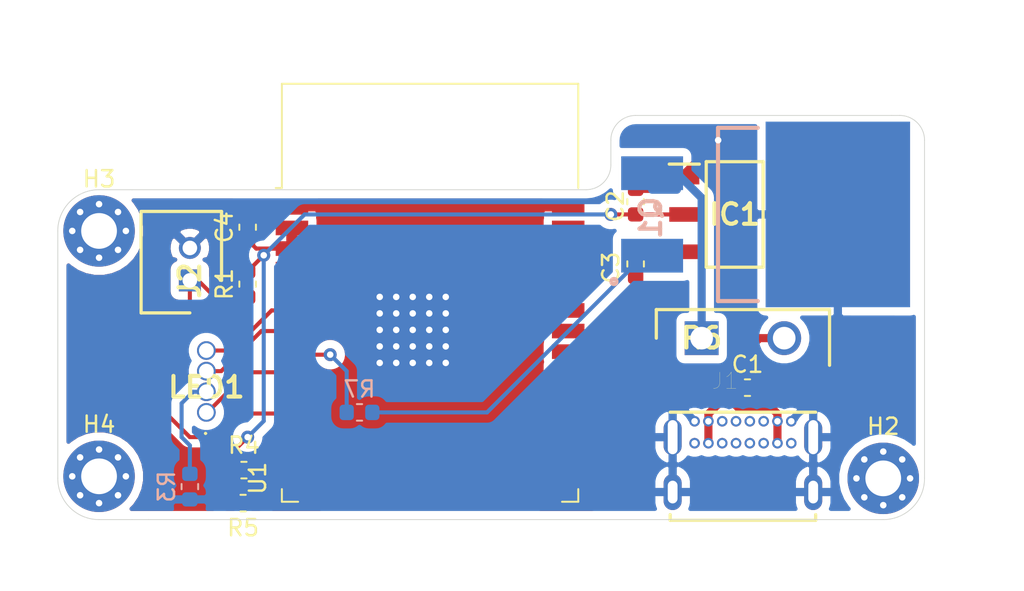
<source format=kicad_pcb>
(kicad_pcb (version 20171130) (host pcbnew "(5.1.6)-1")

  (general
    (thickness 1.6)
    (drawings 17)
    (tracks 105)
    (zones 0)
    (modules 19)
    (nets 50)
  )

  (page A4)
  (layers
    (0 F.Cu signal)
    (31 B.Cu signal)
    (32 B.Adhes user)
    (33 F.Adhes user)
    (34 B.Paste user)
    (35 F.Paste user)
    (36 B.SilkS user)
    (37 F.SilkS user)
    (38 B.Mask user)
    (39 F.Mask user)
    (40 Dwgs.User user)
    (41 Cmts.User user)
    (42 Eco1.User user)
    (43 Eco2.User user)
    (44 Edge.Cuts user)
    (45 Margin user)
    (46 B.CrtYd user)
    (47 F.CrtYd user)
    (48 B.Fab user)
    (49 F.Fab user)
  )

  (setup
    (last_trace_width 0.25)
    (user_trace_width 0.25)
    (user_trace_width 0.7)
    (trace_clearance 0.2)
    (zone_clearance 0.508)
    (zone_45_only no)
    (trace_min 0.2)
    (via_size 0.8)
    (via_drill 0.4)
    (via_min_size 0.4)
    (via_min_drill 0.3)
    (uvia_size 0.3)
    (uvia_drill 0.1)
    (uvias_allowed no)
    (uvia_min_size 0.2)
    (uvia_min_drill 0.1)
    (edge_width 0.05)
    (segment_width 0.2)
    (pcb_text_width 0.3)
    (pcb_text_size 1.5 1.5)
    (mod_edge_width 0.12)
    (mod_text_size 1 1)
    (mod_text_width 0.15)
    (pad_size 1.524 1.524)
    (pad_drill 0.762)
    (pad_to_mask_clearance 0.05)
    (aux_axis_origin 0 0)
    (visible_elements 7FFFFFFF)
    (pcbplotparams
      (layerselection 0x010fc_ffffffff)
      (usegerberextensions false)
      (usegerberattributes true)
      (usegerberadvancedattributes true)
      (creategerberjobfile true)
      (excludeedgelayer true)
      (linewidth 0.100000)
      (plotframeref false)
      (viasonmask false)
      (mode 1)
      (useauxorigin false)
      (hpglpennumber 1)
      (hpglpenspeed 20)
      (hpglpendiameter 15.000000)
      (psnegative false)
      (psa4output false)
      (plotreference true)
      (plotvalue true)
      (plotinvisibletext false)
      (padsonsilk false)
      (subtractmaskfromsilk false)
      (outputformat 1)
      (mirror false)
      (drillshape 1)
      (scaleselection 1)
      (outputdirectory ""))
  )

  (net 0 "")
  (net 1 "Net-(J1-PadB8)")
  (net 2 "Net-(J1-PadB7)")
  (net 3 "Net-(J1-PadB6)")
  (net 4 "Net-(J1-PadB5)")
  (net 5 "Net-(J1-PadA8)")
  (net 6 "Net-(J1-PadA7)")
  (net 7 "Net-(J1-PadA6)")
  (net 8 "Net-(J1-PadA5)")
  (net 9 GND)
  (net 10 5V)
  (net 11 "Net-(Q1-Pad3)")
  (net 12 "Net-(Q1-Pad1)")
  (net 13 "Net-(LED1-Pad2)")
  (net 14 "Net-(U1-Pad37)")
  (net 15 "Net-(U1-Pad36)")
  (net 16 "Net-(U1-Pad35)")
  (net 17 "Net-(U1-Pad34)")
  (net 18 "Net-(U1-Pad33)")
  (net 19 "Net-(U1-Pad31)")
  (net 20 "Net-(U1-Pad30)")
  (net 21 "Net-(U1-Pad29)")
  (net 22 "Net-(U1-Pad28)")
  (net 23 "Net-(U1-Pad27)")
  (net 24 "Net-(U1-Pad26)")
  (net 25 "Net-(U1-Pad25)")
  (net 26 "Net-(U1-Pad24)")
  (net 27 "Net-(U1-Pad23)")
  (net 28 "Net-(U1-Pad22)")
  (net 29 "Net-(U1-Pad21)")
  (net 30 "Net-(U1-Pad20)")
  (net 31 "Net-(U1-Pad19)")
  (net 32 "Net-(U1-Pad18)")
  (net 33 "Net-(U1-Pad17)")
  (net 34 "Net-(U1-Pad16)")
  (net 35 "Net-(U1-Pad14)")
  (net 36 "Net-(U1-Pad13)")
  (net 37 "Net-(U1-Pad10)")
  (net 38 "Net-(U1-Pad5)")
  (net 39 "Net-(U1-Pad4)")
  (net 40 "Net-(U1-Pad32)")
  (net 41 3.3V)
  (net 42 "Net-(C3-Pad1)")
  (net 43 "Net-(IC1-Pad4)")
  (net 44 "Net-(LED1-Pad4)")
  (net 45 "Net-(LED1-Pad3)")
  (net 46 "Net-(LED1-Pad1)")
  (net 47 "Net-(R4-Pad1)")
  (net 48 "Net-(R7-Pad2)")
  (net 49 "Net-(J2-Pad1)")

  (net_class Default "This is the default net class."
    (clearance 0.2)
    (trace_width 0.25)
    (via_dia 0.8)
    (via_drill 0.4)
    (uvia_dia 0.3)
    (uvia_drill 0.1)
    (add_net 3.3V)
    (add_net "Net-(C3-Pad1)")
    (add_net "Net-(IC1-Pad4)")
    (add_net "Net-(J1-PadA5)")
    (add_net "Net-(J1-PadA6)")
    (add_net "Net-(J1-PadA7)")
    (add_net "Net-(J1-PadA8)")
    (add_net "Net-(J1-PadB5)")
    (add_net "Net-(J1-PadB6)")
    (add_net "Net-(J1-PadB7)")
    (add_net "Net-(J1-PadB8)")
    (add_net "Net-(J2-Pad1)")
    (add_net "Net-(LED1-Pad1)")
    (add_net "Net-(LED1-Pad2)")
    (add_net "Net-(LED1-Pad3)")
    (add_net "Net-(LED1-Pad4)")
    (add_net "Net-(Q1-Pad1)")
    (add_net "Net-(R4-Pad1)")
    (add_net "Net-(R7-Pad2)")
    (add_net "Net-(U1-Pad10)")
    (add_net "Net-(U1-Pad13)")
    (add_net "Net-(U1-Pad14)")
    (add_net "Net-(U1-Pad16)")
    (add_net "Net-(U1-Pad17)")
    (add_net "Net-(U1-Pad18)")
    (add_net "Net-(U1-Pad19)")
    (add_net "Net-(U1-Pad20)")
    (add_net "Net-(U1-Pad21)")
    (add_net "Net-(U1-Pad22)")
    (add_net "Net-(U1-Pad23)")
    (add_net "Net-(U1-Pad24)")
    (add_net "Net-(U1-Pad25)")
    (add_net "Net-(U1-Pad26)")
    (add_net "Net-(U1-Pad27)")
    (add_net "Net-(U1-Pad28)")
    (add_net "Net-(U1-Pad29)")
    (add_net "Net-(U1-Pad30)")
    (add_net "Net-(U1-Pad31)")
    (add_net "Net-(U1-Pad32)")
    (add_net "Net-(U1-Pad33)")
    (add_net "Net-(U1-Pad34)")
    (add_net "Net-(U1-Pad35)")
    (add_net "Net-(U1-Pad36)")
    (add_net "Net-(U1-Pad37)")
    (add_net "Net-(U1-Pad4)")
    (add_net "Net-(U1-Pad5)")
  )

  (net_class power ""
    (clearance 0.2)
    (trace_width 0.5)
    (via_dia 0.8)
    (via_drill 0.4)
    (uvia_dia 0.3)
    (uvia_drill 0.1)
    (add_net 5V)
    (add_net GND)
    (add_net "Net-(Q1-Pad3)")
  )

  (module SamacSys_Parts:D2PAK (layer B.Cu) (tedit 0) (tstamp 5FACD207)
    (at 152.4 77.724 90)
    (descr D2PAK)
    (tags "MOSFET (N-Channel)")
    (path /5F95D153)
    (attr smd)
    (fp_text reference Q1 (at -0.21107 -0.0823 90) (layer B.SilkS)
      (effects (font (size 1.27 1.27) (thickness 0.254)) (justify mirror))
    )
    (fp_text value IRL540NSTRLPBF (at -0.21107 -0.0823 90) (layer B.SilkS) hide
      (effects (font (size 1.27 1.27) (thickness 0.254)) (justify mirror))
    )
    (fp_line (start -5.335 13.705) (end 5.335 13.705) (layer B.Fab) (width 0.254))
    (fp_line (start 5.335 13.705) (end 5.335 4.055) (layer B.Fab) (width 0.254))
    (fp_line (start 5.335 4.055) (end -5.335 4.055) (layer B.Fab) (width 0.254))
    (fp_line (start -5.335 4.055) (end -5.335 13.705) (layer B.Fab) (width 0.254))
    (fp_line (start 5.335 4.055) (end -5.335 4.055) (layer B.SilkS) (width 0.254))
    (fp_line (start -5.335 4.055) (end -5.335 6.5) (layer B.SilkS) (width 0.254))
    (fp_line (start 5.335 4.055) (end 5.335 6.5) (layer B.SilkS) (width 0.254))
    (fp_circle (center -4.132 -2.34967) (end -4.132 -2.50575) (layer B.SilkS) (width 0.254))
    (fp_text user %R (at -0.21107 -0.0823 90) (layer B.Fab)
      (effects (font (size 1.27 1.27) (thickness 0.254)) (justify mirror))
    )
    (pad 3 smd rect (at 2.54 0 90) (size 2.08 3.81) (layers B.Cu B.Paste B.Mask)
      (net 11 "Net-(Q1-Pad3)"))
    (pad 2 smd rect (at 0 11.43) (size 8.89 11.43) (layers B.Cu B.Paste B.Mask)
      (net 9 GND))
    (pad 1 smd rect (at -2.54 0 90) (size 2.08 3.81) (layers B.Cu B.Paste B.Mask)
      (net 12 "Net-(Q1-Pad1)"))
  )

  (module SamacSys_Parts:TO508P343X1041X1930-2P (layer F.Cu) (tedit 0) (tstamp 5FACD24D)
    (at 155.448 85.344)
    (descr TO-220)
    (tags Resistor)
    (path /5F949BE1)
    (fp_text reference R6 (at 0 0) (layer F.SilkS)
      (effects (font (size 1.27 1.27) (thickness 0.254)))
    )
    (fp_text value PWR221T-30-1R50F (at 0 0) (layer F.SilkS) hide
      (effects (font (size 1.27 1.27) (thickness 0.254)))
    )
    (fp_line (start -3.04 -2.01) (end 8.12 -2.01) (layer F.CrtYd) (width 0.05))
    (fp_line (start 8.12 -2.01) (end 8.12 1.92) (layer F.CrtYd) (width 0.05))
    (fp_line (start 8.12 1.92) (end -3.04 1.92) (layer F.CrtYd) (width 0.05))
    (fp_line (start -3.04 1.92) (end -3.04 -2.01) (layer F.CrtYd) (width 0.05))
    (fp_line (start -2.79 -1.76) (end 7.87 -1.76) (layer F.Fab) (width 0.1))
    (fp_line (start 7.87 -1.76) (end 7.87 1.67) (layer F.Fab) (width 0.1))
    (fp_line (start 7.87 1.67) (end -2.79 1.67) (layer F.Fab) (width 0.1))
    (fp_line (start -2.79 1.67) (end -2.79 -1.76) (layer F.Fab) (width 0.1))
    (fp_line (start -2.79 0.78) (end -0.25 -1.76) (layer F.Fab) (width 0.1))
    (fp_line (start 7.87 1.67) (end 7.87 -1.76) (layer F.SilkS) (width 0.2))
    (fp_line (start 7.87 -1.76) (end -2.79 -1.76) (layer F.SilkS) (width 0.2))
    (fp_line (start -2.79 -1.76) (end -2.79 0) (layer F.SilkS) (width 0.2))
    (fp_text user %R (at 0 0) (layer F.Fab)
      (effects (font (size 1.27 1.27) (thickness 0.254)))
    )
    (pad 2 thru_hole circle (at 5.08 0) (size 2.085 2.085) (drill 1.39) (layers *.Cu *.Mask)
      (net 10 5V))
    (pad 1 thru_hole rect (at 0 0) (size 2.085 2.085) (drill 1.39) (layers *.Cu *.Mask)
      (net 11 "Net-(Q1-Pad3)"))
    (model "D:\\Download\\lib kikad\\SamacSys_Parts.3dshapes\\PWR221T-30-1R50F.stp"
      (at (xyz 0 0 0))
      (scale (xyz 1 1 1))
      (rotate (xyz 0 0 0))
    )
  )

  (module SamacSys_Parts:5218559F (layer F.Cu) (tedit 0) (tstamp 5FACD1F7)
    (at 124.968 89.916 180)
    (descr 521-8559F-2)
    (tags LED)
    (path /5F9842FD)
    (fp_text reference LED1 (at 0 1.55) (layer F.SilkS)
      (effects (font (size 1.27 1.27) (thickness 0.254)))
    )
    (fp_text value 521-8559F (at 0 1.55) (layer F.SilkS) hide
      (effects (font (size 1.27 1.27) (thickness 0.254)))
    )
    (fp_line (start -3.54 -2.345) (end 3.54 -2.345) (layer F.CrtYd) (width 0.1))
    (fp_line (start 3.54 -2.345) (end 3.54 5.445) (layer F.CrtYd) (width 0.1))
    (fp_line (start 3.54 5.445) (end -3.54 5.445) (layer F.CrtYd) (width 0.1))
    (fp_line (start -3.54 5.445) (end -3.54 -2.345) (layer F.CrtYd) (width 0.1))
    (fp_line (start -2.54 1.905) (end -2.54 1.905) (layer F.Fab) (width 0.2))
    (fp_line (start 2.54 1.905) (end 2.54 1.905) (layer F.Fab) (width 0.2))
    (fp_line (start 0 -1.295) (end 0 -1.295) (layer F.SilkS) (width 0.1))
    (fp_line (start 0.1 -1.295) (end 0.1 -1.295) (layer F.SilkS) (width 0.1))
    (fp_arc (start 0.05 -1.295) (end 0.1 -1.295) (angle -180) (layer F.SilkS) (width 0.1))
    (fp_arc (start 0.05 -1.295) (end 0 -1.295) (angle -180) (layer F.SilkS) (width 0.1))
    (fp_arc (start 0 1.905) (end 2.54 1.905) (angle -180) (layer F.Fab) (width 0.2))
    (fp_arc (start 0 1.905) (end -2.54 1.905) (angle -180) (layer F.Fab) (width 0.2))
    (fp_text user %R (at 0 1.55) (layer F.Fab)
      (effects (font (size 1.27 1.27) (thickness 0.254)))
    )
    (pad 4 thru_hole circle (at 0 3.81 180) (size 1.15 1.15) (drill 0.91) (layers *.Cu *.Mask)
      (net 44 "Net-(LED1-Pad4)"))
    (pad 3 thru_hole circle (at 0 2.54 180) (size 1.15 1.15) (drill 0.91) (layers *.Cu *.Mask)
      (net 45 "Net-(LED1-Pad3)"))
    (pad 2 thru_hole circle (at 0 1.27 180) (size 1.15 1.15) (drill 0.91) (layers *.Cu *.Mask)
      (net 13 "Net-(LED1-Pad2)"))
    (pad 1 thru_hole circle (at 0 0 180) (size 1.15 1.15) (drill 0.91) (layers *.Cu *.Mask)
      (net 46 "Net-(LED1-Pad1)"))
    (model "D:\\Download\\lib kikad\\SamacSys_Parts.3dshapes\\521-8559F.stp"
      (at (xyz 0 0 0))
      (scale (xyz 1 1 1))
      (rotate (xyz 0 0 0))
    )
  )

  (module usb-c:GCT_USB4085-GF-A_REVA (layer F.Cu) (tedit 5F931EB8) (tstamp 5FACD1E2)
    (at 157.988 94.488)
    (path /5F944110)
    (fp_text reference J1 (at -1.097425 -6.515415) (layer F.SilkS)
      (effects (font (size 1.00015 1.00015) (thickness 0.015)))
    )
    (fp_text value USB4085-GF-A_REVA (at 9.18404 5.83792) (layer F.Fab)
      (effects (font (size 1.001543 1.001543) (thickness 0.015)))
    )
    (fp_line (start -5.3 2.075) (end 5.9 2.075) (layer F.Fab) (width 0.127))
    (fp_line (start -4.475 -4.585) (end 4.475 -4.585) (layer F.Fab) (width 0.1))
    (fp_line (start 4.475 -4.585) (end 4.475 4.585) (layer F.Fab) (width 0.1))
    (fp_line (start 4.475 4.585) (end -4.475 4.585) (layer F.Fab) (width 0.1))
    (fp_line (start -4.475 4.585) (end -4.475 -4.585) (layer F.Fab) (width 0.1))
    (fp_line (start -4.475 -4.585) (end 4.475 -4.585) (layer F.SilkS) (width 0.2))
    (fp_line (start -4.475 1.725) (end -4.475 2.075) (layer F.SilkS) (width 0.2))
    (fp_line (start -4.475 2.075) (end 4.475 2.075) (layer F.SilkS) (width 0.2))
    (fp_line (start 4.475 2.075) (end 4.475 1.725) (layer F.SilkS) (width 0.2))
    (fp_line (start -5.1 -4.825) (end 5.15 -4.825) (layer F.CrtYd) (width 0.05))
    (fp_line (start 5.15 -4.825) (end 5.15 4.825) (layer F.CrtYd) (width 0.05))
    (fp_line (start 5.15 4.825) (end -5.1 4.825) (layer F.CrtYd) (width 0.05))
    (fp_line (start -5.1 4.825) (end -5.1 -4.825) (layer F.CrtYd) (width 0.05))
    (fp_text user >PCB~Edge (at 5.70338 2.07623) (layer Dwgs.User)
      (effects (font (size 0.800472 0.800472) (thickness 0.015)))
    )
    (pad P4 thru_hole oval (at -4.325 0.335) (size 1.108 2.216) (drill oval 0.6 1.4) (layers *.Cu *.Mask)
      (net 9 GND))
    (pad P3 thru_hole oval (at 4.325 0.335) (size 1.108 2.216) (drill oval 0.6 1.4) (layers *.Cu *.Mask)
      (net 9 GND))
    (pad P2 thru_hole oval (at 4.325 -3.045) (size 1.108 2.216) (drill oval 0.6 2.1) (layers *.Cu *.Mask)
      (net 9 GND))
    (pad P1 thru_hole oval (at -4.325 -3.045) (size 1.108 2.216) (drill oval 0.6 2.1) (layers *.Cu *.Mask)
      (net 9 GND))
    (pad B12 thru_hole circle (at -2.975 -2.675) (size 0.65 0.65) (drill 0.4) (layers *.Cu *.Mask)
      (net 9 GND))
    (pad B9 thru_hole circle (at -2.125 -2.675) (size 0.65 0.65) (drill 0.4) (layers *.Cu *.Mask)
      (net 10 5V))
    (pad B8 thru_hole circle (at -1.275 -2.675) (size 0.65 0.65) (drill 0.4) (layers *.Cu *.Mask)
      (net 1 "Net-(J1-PadB8)"))
    (pad B7 thru_hole circle (at -0.425 -2.675) (size 0.65 0.65) (drill 0.4) (layers *.Cu *.Mask)
      (net 2 "Net-(J1-PadB7)"))
    (pad B6 thru_hole circle (at 0.425 -2.675) (size 0.65 0.65) (drill 0.4) (layers *.Cu *.Mask)
      (net 3 "Net-(J1-PadB6)"))
    (pad B5 thru_hole circle (at 1.275 -2.675) (size 0.65 0.65) (drill 0.4) (layers *.Cu *.Mask)
      (net 4 "Net-(J1-PadB5)"))
    (pad B4 thru_hole circle (at 2.125 -2.675) (size 0.65 0.65) (drill 0.4) (layers *.Cu *.Mask)
      (net 10 5V))
    (pad B1 thru_hole circle (at 2.975 -2.675) (size 0.65 0.65) (drill 0.4) (layers *.Cu *.Mask)
      (net 9 GND))
    (pad A12 thru_hole circle (at 2.975 -4.025) (size 0.65 0.65) (drill 0.4) (layers *.Cu *.Mask)
      (net 9 GND))
    (pad A9 thru_hole circle (at 2.125 -4.025) (size 0.65 0.65) (drill 0.4) (layers *.Cu *.Mask)
      (net 10 5V))
    (pad A8 thru_hole circle (at 1.275 -4.025) (size 0.65 0.65) (drill 0.4) (layers *.Cu *.Mask)
      (net 5 "Net-(J1-PadA8)"))
    (pad A7 thru_hole circle (at 0.425 -4.025) (size 0.65 0.65) (drill 0.4) (layers *.Cu *.Mask)
      (net 6 "Net-(J1-PadA7)"))
    (pad A6 thru_hole circle (at -0.425 -4.025) (size 0.65 0.65) (drill 0.4) (layers *.Cu *.Mask)
      (net 7 "Net-(J1-PadA6)"))
    (pad A5 thru_hole circle (at -1.275 -4.025) (size 0.65 0.65) (drill 0.4) (layers *.Cu *.Mask)
      (net 8 "Net-(J1-PadA5)"))
    (pad A4 thru_hole circle (at -2.125 -4.025) (size 0.65 0.65) (drill 0.4) (layers *.Cu *.Mask)
      (net 10 5V))
    (pad A1 thru_hole circle (at -2.975 -4.025) (size 0.65 0.65) (drill 0.4) (layers *.Cu *.Mask)
      (net 9 GND))
    (model "D:/Download/lib kikad/usb-c/USB4085-GF-A--3DModel-STEP-56544.STEP"
      (at (xyz 0 0 0))
      (scale (xyz 1 1 1))
      (rotate (xyz -90 0 0))
    )
  )

  (module SamacSys_Parts:SOT230P700X180-4N (layer F.Cu) (tedit 0) (tstamp 5FACD657)
    (at 157.48 77.724)
    (descr SOT223_a)
    (tags "Integrated Circuit")
    (path /5FACEF52)
    (attr smd)
    (fp_text reference IC1 (at 0 0) (layer F.SilkS)
      (effects (font (size 1.27 1.27) (thickness 0.254)))
    )
    (fp_text value AZ1117IH-3.3TRG1 (at 0 0) (layer F.SilkS) hide
      (effects (font (size 1.27 1.27) (thickness 0.254)))
    )
    (fp_line (start -4.275 -3.6) (end 4.275 -3.6) (layer F.CrtYd) (width 0.05))
    (fp_line (start 4.275 -3.6) (end 4.275 3.6) (layer F.CrtYd) (width 0.05))
    (fp_line (start 4.275 3.6) (end -4.275 3.6) (layer F.CrtYd) (width 0.05))
    (fp_line (start -4.275 3.6) (end -4.275 -3.6) (layer F.CrtYd) (width 0.05))
    (fp_line (start -1.75 -3.25) (end 1.75 -3.25) (layer F.Fab) (width 0.1))
    (fp_line (start 1.75 -3.25) (end 1.75 3.25) (layer F.Fab) (width 0.1))
    (fp_line (start 1.75 3.25) (end -1.75 3.25) (layer F.Fab) (width 0.1))
    (fp_line (start -1.75 3.25) (end -1.75 -3.25) (layer F.Fab) (width 0.1))
    (fp_line (start -1.75 -0.95) (end 0.55 -3.25) (layer F.Fab) (width 0.1))
    (fp_line (start -1.75 -3.25) (end 1.75 -3.25) (layer F.SilkS) (width 0.2))
    (fp_line (start 1.75 -3.25) (end 1.75 3.25) (layer F.SilkS) (width 0.2))
    (fp_line (start 1.75 3.25) (end -1.75 3.25) (layer F.SilkS) (width 0.2))
    (fp_line (start -1.75 3.25) (end -1.75 -3.25) (layer F.SilkS) (width 0.2))
    (fp_line (start -4.025 -3.1) (end -2.175 -3.1) (layer F.SilkS) (width 0.2))
    (fp_text user %R (at 0 0) (layer F.Fab)
      (effects (font (size 1.27 1.27) (thickness 0.254)))
    )
    (pad 4 smd rect (at 3.1 0) (size 1.85 3.2) (layers F.Cu F.Paste F.Mask)
      (net 43 "Net-(IC1-Pad4)"))
    (pad 3 smd rect (at -3.1 2.3 90) (size 0.9 1.85) (layers F.Cu F.Paste F.Mask)
      (net 42 "Net-(C3-Pad1)"))
    (pad 2 smd rect (at -3.1 0 90) (size 0.9 1.85) (layers F.Cu F.Paste F.Mask)
      (net 41 3.3V))
    (pad 1 smd rect (at -3.1 -2.3 90) (size 0.9 1.85) (layers F.Cu F.Paste F.Mask)
      (net 9 GND))
    (model "D:\\Download\\lib kikad\\SamacSys_Parts.3dshapes\\AZ1117IH-3.3TRG1.stp"
      (at (xyz 0 0 0))
      (scale (xyz 1 1 1))
      (rotate (xyz 0 0 0))
    )
  )

  (module MountingHole:MountingHole_2.2mm_M2_Pad_Via (layer F.Cu) (tedit 56DDB9C7) (tstamp 5FAD10C4)
    (at 118.364 93.854)
    (descr "Mounting Hole 2.2mm, M2")
    (tags "mounting hole 2.2mm m2")
    (path /5FB17EC9)
    (attr virtual)
    (fp_text reference H4 (at 0 -3.2) (layer F.SilkS)
      (effects (font (size 1 1) (thickness 0.15)))
    )
    (fp_text value MountingHole (at 0.150726 4.214726) (layer F.Fab)
      (effects (font (size 1 1) (thickness 0.15)))
    )
    (fp_circle (center 0 0) (end 2.2 0) (layer Cmts.User) (width 0.15))
    (fp_circle (center 0 0) (end 2.45 0) (layer F.CrtYd) (width 0.05))
    (fp_text user %R (at 0.3 0) (layer F.Fab)
      (effects (font (size 1 1) (thickness 0.15)))
    )
    (pad 1 thru_hole circle (at 1.166726 -1.166726) (size 0.7 0.7) (drill 0.4) (layers *.Cu *.Mask))
    (pad 1 thru_hole circle (at 0 -1.65) (size 0.7 0.7) (drill 0.4) (layers *.Cu *.Mask))
    (pad 1 thru_hole circle (at -1.166726 -1.166726) (size 0.7 0.7) (drill 0.4) (layers *.Cu *.Mask))
    (pad 1 thru_hole circle (at -1.65 0) (size 0.7 0.7) (drill 0.4) (layers *.Cu *.Mask))
    (pad 1 thru_hole circle (at -1.166726 1.166726) (size 0.7 0.7) (drill 0.4) (layers *.Cu *.Mask))
    (pad 1 thru_hole circle (at 0 1.65) (size 0.7 0.7) (drill 0.4) (layers *.Cu *.Mask))
    (pad 1 thru_hole circle (at 1.166726 1.166726) (size 0.7 0.7) (drill 0.4) (layers *.Cu *.Mask))
    (pad 1 thru_hole circle (at 1.65 0) (size 0.7 0.7) (drill 0.4) (layers *.Cu *.Mask))
    (pad 1 thru_hole circle (at 0 0) (size 4.4 4.4) (drill 2.2) (layers *.Cu *.Mask))
  )

  (module MountingHole:MountingHole_2.2mm_M2_Pad_Via (layer F.Cu) (tedit 56DDB9C7) (tstamp 5FAD10B4)
    (at 118.364 78.74)
    (descr "Mounting Hole 2.2mm, M2")
    (tags "mounting hole 2.2mm m2")
    (path /5FB18876)
    (attr virtual)
    (fp_text reference H3 (at 0 -3.2) (layer F.SilkS)
      (effects (font (size 1 1) (thickness 0.15)))
    )
    (fp_text value MountingHole (at 0 3.2) (layer F.Fab)
      (effects (font (size 1 1) (thickness 0.15)))
    )
    (fp_circle (center 0 0) (end 2.2 0) (layer Cmts.User) (width 0.15))
    (fp_circle (center 0 0) (end 2.45 0) (layer F.CrtYd) (width 0.05))
    (fp_text user %R (at 0.3 0) (layer F.Fab)
      (effects (font (size 1 1) (thickness 0.15)))
    )
    (pad 1 thru_hole circle (at 1.166726 -1.166726) (size 0.7 0.7) (drill 0.4) (layers *.Cu *.Mask))
    (pad 1 thru_hole circle (at 0 -1.65) (size 0.7 0.7) (drill 0.4) (layers *.Cu *.Mask))
    (pad 1 thru_hole circle (at -1.166726 -1.166726) (size 0.7 0.7) (drill 0.4) (layers *.Cu *.Mask))
    (pad 1 thru_hole circle (at -1.65 0) (size 0.7 0.7) (drill 0.4) (layers *.Cu *.Mask))
    (pad 1 thru_hole circle (at -1.166726 1.166726) (size 0.7 0.7) (drill 0.4) (layers *.Cu *.Mask))
    (pad 1 thru_hole circle (at 0 1.65) (size 0.7 0.7) (drill 0.4) (layers *.Cu *.Mask))
    (pad 1 thru_hole circle (at 1.166726 1.166726) (size 0.7 0.7) (drill 0.4) (layers *.Cu *.Mask))
    (pad 1 thru_hole circle (at 1.65 0) (size 0.7 0.7) (drill 0.4) (layers *.Cu *.Mask))
    (pad 1 thru_hole circle (at 0 0) (size 4.4 4.4) (drill 2.2) (layers *.Cu *.Mask))
  )

  (module MountingHole:MountingHole_2.2mm_M2_Pad_Via (layer F.Cu) (tedit 56DDB9C7) (tstamp 5FAD23AD)
    (at 166.624 93.98)
    (descr "Mounting Hole 2.2mm, M2")
    (tags "mounting hole 2.2mm m2")
    (path /5FB184B4)
    (attr virtual)
    (fp_text reference H2 (at 0 -3.2) (layer F.SilkS)
      (effects (font (size 1 1) (thickness 0.15)))
    )
    (fp_text value MountingHole (at 0 3.2) (layer F.Fab)
      (effects (font (size 1 1) (thickness 0.15)))
    )
    (fp_circle (center 0 0) (end 2.2 0) (layer Cmts.User) (width 0.15))
    (fp_circle (center 0 0) (end 2.45 0) (layer F.CrtYd) (width 0.05))
    (fp_text user %R (at 0.3 0) (layer F.Fab)
      (effects (font (size 1 1) (thickness 0.15)))
    )
    (pad 1 thru_hole circle (at 1.166726 -1.166726) (size 0.7 0.7) (drill 0.4) (layers *.Cu *.Mask))
    (pad 1 thru_hole circle (at 0 -1.65) (size 0.7 0.7) (drill 0.4) (layers *.Cu *.Mask))
    (pad 1 thru_hole circle (at -1.166726 -1.166726) (size 0.7 0.7) (drill 0.4) (layers *.Cu *.Mask))
    (pad 1 thru_hole circle (at -1.65 0) (size 0.7 0.7) (drill 0.4) (layers *.Cu *.Mask))
    (pad 1 thru_hole circle (at -1.166726 1.166726) (size 0.7 0.7) (drill 0.4) (layers *.Cu *.Mask))
    (pad 1 thru_hole circle (at 0 1.65) (size 0.7 0.7) (drill 0.4) (layers *.Cu *.Mask))
    (pad 1 thru_hole circle (at 1.166726 1.166726) (size 0.7 0.7) (drill 0.4) (layers *.Cu *.Mask))
    (pad 1 thru_hole circle (at 1.65 0) (size 0.7 0.7) (drill 0.4) (layers *.Cu *.Mask))
    (pad 1 thru_hole circle (at 0 0) (size 4.4 4.4) (drill 2.2) (layers *.Cu *.Mask))
  )

  (module Resistor_SMD:R_0603_1608Metric (layer B.Cu) (tedit 5B301BBD) (tstamp 5FACF87F)
    (at 134.3915 89.916 180)
    (descr "Resistor SMD 0603 (1608 Metric), square (rectangular) end terminal, IPC_7351 nominal, (Body size source: http://www.tortai-tech.com/upload/download/2011102023233369053.pdf), generated with kicad-footprint-generator")
    (tags resistor)
    (path /5F96E24B)
    (attr smd)
    (fp_text reference R7 (at 0 1.43) (layer B.SilkS)
      (effects (font (size 1 1) (thickness 0.15)) (justify mirror))
    )
    (fp_text value 420ohm (at 0 -1.43) (layer B.Fab)
      (effects (font (size 1 1) (thickness 0.15)) (justify mirror))
    )
    (fp_line (start 1.48 -0.73) (end -1.48 -0.73) (layer B.CrtYd) (width 0.05))
    (fp_line (start 1.48 0.73) (end 1.48 -0.73) (layer B.CrtYd) (width 0.05))
    (fp_line (start -1.48 0.73) (end 1.48 0.73) (layer B.CrtYd) (width 0.05))
    (fp_line (start -1.48 -0.73) (end -1.48 0.73) (layer B.CrtYd) (width 0.05))
    (fp_line (start -0.162779 -0.51) (end 0.162779 -0.51) (layer B.SilkS) (width 0.12))
    (fp_line (start -0.162779 0.51) (end 0.162779 0.51) (layer B.SilkS) (width 0.12))
    (fp_line (start 0.8 -0.4) (end -0.8 -0.4) (layer B.Fab) (width 0.1))
    (fp_line (start 0.8 0.4) (end 0.8 -0.4) (layer B.Fab) (width 0.1))
    (fp_line (start -0.8 0.4) (end 0.8 0.4) (layer B.Fab) (width 0.1))
    (fp_line (start -0.8 -0.4) (end -0.8 0.4) (layer B.Fab) (width 0.1))
    (fp_text user %R (at 0 0) (layer B.Fab)
      (effects (font (size 0.4 0.4) (thickness 0.06)) (justify mirror))
    )
    (pad 2 smd roundrect (at 0.7875 0 180) (size 0.875 0.95) (layers B.Cu B.Paste B.Mask) (roundrect_rratio 0.25)
      (net 48 "Net-(R7-Pad2)"))
    (pad 1 smd roundrect (at -0.7875 0 180) (size 0.875 0.95) (layers B.Cu B.Paste B.Mask) (roundrect_rratio 0.25)
      (net 12 "Net-(Q1-Pad1)"))
    (model ${KISYS3DMOD}/Resistor_SMD.3dshapes/R_0603_1608Metric.wrl
      (at (xyz 0 0 0))
      (scale (xyz 1 1 1))
      (rotate (xyz 0 0 0))
    )
  )

  (module Resistor_SMD:R_0603_1608Metric (layer F.Cu) (tedit 5B301BBD) (tstamp 5FACE9F6)
    (at 127.508 82.0165 90)
    (descr "Resistor SMD 0603 (1608 Metric), square (rectangular) end terminal, IPC_7351 nominal, (Body size source: http://www.tortai-tech.com/upload/download/2011102023233369053.pdf), generated with kicad-footprint-generator")
    (tags resistor)
    (path /5FAFF880)
    (attr smd)
    (fp_text reference R1 (at 0 -1.43 90) (layer F.SilkS)
      (effects (font (size 1 1) (thickness 0.15)))
    )
    (fp_text value 1k (at 0 1.43 90) (layer F.Fab)
      (effects (font (size 1 1) (thickness 0.15)))
    )
    (fp_line (start 1.48 0.73) (end -1.48 0.73) (layer F.CrtYd) (width 0.05))
    (fp_line (start 1.48 -0.73) (end 1.48 0.73) (layer F.CrtYd) (width 0.05))
    (fp_line (start -1.48 -0.73) (end 1.48 -0.73) (layer F.CrtYd) (width 0.05))
    (fp_line (start -1.48 0.73) (end -1.48 -0.73) (layer F.CrtYd) (width 0.05))
    (fp_line (start -0.162779 0.51) (end 0.162779 0.51) (layer F.SilkS) (width 0.12))
    (fp_line (start -0.162779 -0.51) (end 0.162779 -0.51) (layer F.SilkS) (width 0.12))
    (fp_line (start 0.8 0.4) (end -0.8 0.4) (layer F.Fab) (width 0.1))
    (fp_line (start 0.8 -0.4) (end 0.8 0.4) (layer F.Fab) (width 0.1))
    (fp_line (start -0.8 -0.4) (end 0.8 -0.4) (layer F.Fab) (width 0.1))
    (fp_line (start -0.8 0.4) (end -0.8 -0.4) (layer F.Fab) (width 0.1))
    (fp_text user %R (at 0 0 90) (layer F.Fab)
      (effects (font (size 0.4 0.4) (thickness 0.06)))
    )
    (pad 2 smd roundrect (at 0.7875 0 90) (size 0.875 0.95) (layers F.Cu F.Paste F.Mask) (roundrect_rratio 0.25)
      (net 41 3.3V))
    (pad 1 smd roundrect (at -0.7875 0 90) (size 0.875 0.95) (layers F.Cu F.Paste F.Mask) (roundrect_rratio 0.25)
      (net 49 "Net-(J2-Pad1)"))
    (model ${KISYS3DMOD}/Resistor_SMD.3dshapes/R_0603_1608Metric.wrl
      (at (xyz 0 0 0))
      (scale (xyz 1 1 1))
      (rotate (xyz 0 0 0))
    )
  )

  (module SamacSys_Parts:SHDR2W50P0X200_1X2_600X470X635P (layer F.Cu) (tedit 0) (tstamp 5FACE9C2)
    (at 123.952 81.788 90)
    (descr M22-2200246)
    (tags Connector)
    (path /5FB019BC)
    (fp_text reference J2 (at 0 0 90) (layer F.SilkS)
      (effects (font (size 1.27 1.27) (thickness 0.254)))
    )
    (fp_text value "Temp sensor connector" (at 0 0 90) (layer F.SilkS) hide
      (effects (font (size 1.27 1.27) (thickness 0.254)))
    )
    (fp_line (start -2 -3) (end -2 0) (layer F.SilkS) (width 0.2))
    (fp_line (start 4.25 -3) (end -2 -3) (layer F.SilkS) (width 0.2))
    (fp_line (start 4.25 1.95) (end 4.25 -3) (layer F.SilkS) (width 0.2))
    (fp_line (start 0 1.95) (end 4.25 1.95) (layer F.SilkS) (width 0.2))
    (fp_line (start 4.25 1.95) (end -2 1.95) (layer F.Fab) (width 0.1))
    (fp_line (start 4.25 -3) (end 4.25 1.95) (layer F.Fab) (width 0.1))
    (fp_line (start -2 -3) (end 4.25 -3) (layer F.Fab) (width 0.1))
    (fp_line (start -2 1.95) (end -2 -3) (layer F.Fab) (width 0.1))
    (fp_line (start 4.5 2.2) (end -2.25 2.2) (layer F.CrtYd) (width 0.05))
    (fp_line (start 4.5 -3.25) (end 4.5 2.2) (layer F.CrtYd) (width 0.05))
    (fp_line (start -2.25 -3.25) (end 4.5 -3.25) (layer F.CrtYd) (width 0.05))
    (fp_line (start -2.25 2.2) (end -2.25 -3.25) (layer F.CrtYd) (width 0.05))
    (fp_text user %R (at 0 0 90) (layer F.Fab)
      (effects (font (size 1.27 1.27) (thickness 0.254)))
    )
    (pad 2 thru_hole circle (at 2 0 90) (size 1.35 1.35) (drill 0.9) (layers *.Cu *.Mask)
      (net 9 GND))
    (pad 1 thru_hole rect (at 0 0 90) (size 1.35 1.35) (drill 0.9) (layers *.Cu *.Mask)
      (net 49 "Net-(J2-Pad1)"))
    (model "D:\\Download\\lib kikad\\SamacSys_Parts.3dshapes\\M22-2200246.stp"
      (at (xyz 0 0 0))
      (scale (xyz 1 1 1))
      (rotate (xyz 0 0 0))
    )
  )

  (module Capacitor_SMD:C_0603_1608Metric (layer F.Cu) (tedit 5B301BBE) (tstamp 5FACDA5E)
    (at 127.508 78.5115 90)
    (descr "Capacitor SMD 0603 (1608 Metric), square (rectangular) end terminal, IPC_7351 nominal, (Body size source: http://www.tortai-tech.com/upload/download/2011102023233369053.pdf), generated with kicad-footprint-generator")
    (tags capacitor)
    (path /5FAF8869)
    (attr smd)
    (fp_text reference C4 (at 0 -1.43 90) (layer F.SilkS)
      (effects (font (size 1 1) (thickness 0.15)))
    )
    (fp_text value 100n (at 0 1.43 90) (layer F.Fab)
      (effects (font (size 1 1) (thickness 0.15)))
    )
    (fp_line (start 1.48 0.73) (end -1.48 0.73) (layer F.CrtYd) (width 0.05))
    (fp_line (start 1.48 -0.73) (end 1.48 0.73) (layer F.CrtYd) (width 0.05))
    (fp_line (start -1.48 -0.73) (end 1.48 -0.73) (layer F.CrtYd) (width 0.05))
    (fp_line (start -1.48 0.73) (end -1.48 -0.73) (layer F.CrtYd) (width 0.05))
    (fp_line (start -0.162779 0.51) (end 0.162779 0.51) (layer F.SilkS) (width 0.12))
    (fp_line (start -0.162779 -0.51) (end 0.162779 -0.51) (layer F.SilkS) (width 0.12))
    (fp_line (start 0.8 0.4) (end -0.8 0.4) (layer F.Fab) (width 0.1))
    (fp_line (start 0.8 -0.4) (end 0.8 0.4) (layer F.Fab) (width 0.1))
    (fp_line (start -0.8 -0.4) (end 0.8 -0.4) (layer F.Fab) (width 0.1))
    (fp_line (start -0.8 0.4) (end -0.8 -0.4) (layer F.Fab) (width 0.1))
    (fp_text user %R (at 0 0 90) (layer F.Fab)
      (effects (font (size 0.4 0.4) (thickness 0.06)))
    )
    (pad 2 smd roundrect (at 0.7875 0 90) (size 0.875 0.95) (layers F.Cu F.Paste F.Mask) (roundrect_rratio 0.25)
      (net 9 GND))
    (pad 1 smd roundrect (at -0.7875 0 90) (size 0.875 0.95) (layers F.Cu F.Paste F.Mask) (roundrect_rratio 0.25)
      (net 41 3.3V))
    (model ${KISYS3DMOD}/Capacitor_SMD.3dshapes/C_0603_1608Metric.wrl
      (at (xyz 0 0 0))
      (scale (xyz 1 1 1))
      (rotate (xyz 0 0 0))
    )
  )

  (module RF_Module:ESP32-WROOM-32 (layer F.Cu) (tedit 5B5B4654) (tstamp 5FACD2CD)
    (at 138.735001 85.541001)
    (descr "Single 2.4 GHz Wi-Fi and Bluetooth combo chip https://www.espressif.com/sites/default/files/documentation/esp32-wroom-32_datasheet_en.pdf")
    (tags "Single 2.4 GHz Wi-Fi and Bluetooth combo  chip")
    (path /5FACAEF7)
    (attr smd)
    (fp_text reference U1 (at -10.61 8.43 90) (layer F.SilkS)
      (effects (font (size 1 1) (thickness 0.15)))
    )
    (fp_text value ESP32-WROOM-32D (at 0 11.5) (layer F.Fab)
      (effects (font (size 1 1) (thickness 0.15)))
    )
    (fp_line (start -9.12 -9.445) (end -9.5 -9.445) (layer F.SilkS) (width 0.12))
    (fp_line (start -9.12 -15.865) (end -9.12 -9.445) (layer F.SilkS) (width 0.12))
    (fp_line (start 9.12 -15.865) (end 9.12 -9.445) (layer F.SilkS) (width 0.12))
    (fp_line (start -9.12 -15.865) (end 9.12 -15.865) (layer F.SilkS) (width 0.12))
    (fp_line (start 9.12 9.88) (end 8.12 9.88) (layer F.SilkS) (width 0.12))
    (fp_line (start 9.12 9.1) (end 9.12 9.88) (layer F.SilkS) (width 0.12))
    (fp_line (start -9.12 9.88) (end -8.12 9.88) (layer F.SilkS) (width 0.12))
    (fp_line (start -9.12 9.1) (end -9.12 9.88) (layer F.SilkS) (width 0.12))
    (fp_line (start 8.4 -20.6) (end 8.2 -20.4) (layer Cmts.User) (width 0.1))
    (fp_line (start 8.4 -16) (end 8.4 -20.6) (layer Cmts.User) (width 0.1))
    (fp_line (start 8.4 -20.6) (end 8.6 -20.4) (layer Cmts.User) (width 0.1))
    (fp_line (start 8.4 -16) (end 8.6 -16.2) (layer Cmts.User) (width 0.1))
    (fp_line (start 8.4 -16) (end 8.2 -16.2) (layer Cmts.User) (width 0.1))
    (fp_line (start -9.2 -13.875) (end -9.4 -14.075) (layer Cmts.User) (width 0.1))
    (fp_line (start -13.8 -13.875) (end -9.2 -13.875) (layer Cmts.User) (width 0.1))
    (fp_line (start -9.2 -13.875) (end -9.4 -13.675) (layer Cmts.User) (width 0.1))
    (fp_line (start -13.8 -13.875) (end -13.6 -13.675) (layer Cmts.User) (width 0.1))
    (fp_line (start -13.8 -13.875) (end -13.6 -14.075) (layer Cmts.User) (width 0.1))
    (fp_line (start 9.2 -13.875) (end 9.4 -13.675) (layer Cmts.User) (width 0.1))
    (fp_line (start 9.2 -13.875) (end 9.4 -14.075) (layer Cmts.User) (width 0.1))
    (fp_line (start 13.8 -13.875) (end 13.6 -13.675) (layer Cmts.User) (width 0.1))
    (fp_line (start 13.8 -13.875) (end 13.6 -14.075) (layer Cmts.User) (width 0.1))
    (fp_line (start 9.2 -13.875) (end 13.8 -13.875) (layer Cmts.User) (width 0.1))
    (fp_line (start 14 -11.585) (end 12 -9.97) (layer Dwgs.User) (width 0.1))
    (fp_line (start 14 -13.2) (end 10 -9.97) (layer Dwgs.User) (width 0.1))
    (fp_line (start 14 -14.815) (end 8 -9.97) (layer Dwgs.User) (width 0.1))
    (fp_line (start 14 -16.43) (end 6 -9.97) (layer Dwgs.User) (width 0.1))
    (fp_line (start 14 -18.045) (end 4 -9.97) (layer Dwgs.User) (width 0.1))
    (fp_line (start 14 -19.66) (end 2 -9.97) (layer Dwgs.User) (width 0.1))
    (fp_line (start 13.475 -20.75) (end 0 -9.97) (layer Dwgs.User) (width 0.1))
    (fp_line (start 11.475 -20.75) (end -2 -9.97) (layer Dwgs.User) (width 0.1))
    (fp_line (start 9.475 -20.75) (end -4 -9.97) (layer Dwgs.User) (width 0.1))
    (fp_line (start 7.475 -20.75) (end -6 -9.97) (layer Dwgs.User) (width 0.1))
    (fp_line (start -8 -9.97) (end 5.475 -20.75) (layer Dwgs.User) (width 0.1))
    (fp_line (start 3.475 -20.75) (end -10 -9.97) (layer Dwgs.User) (width 0.1))
    (fp_line (start 1.475 -20.75) (end -12 -9.97) (layer Dwgs.User) (width 0.1))
    (fp_line (start -0.525 -20.75) (end -14 -9.97) (layer Dwgs.User) (width 0.1))
    (fp_line (start -2.525 -20.75) (end -14 -11.585) (layer Dwgs.User) (width 0.1))
    (fp_line (start -4.525 -20.75) (end -14 -13.2) (layer Dwgs.User) (width 0.1))
    (fp_line (start -6.525 -20.75) (end -14 -14.815) (layer Dwgs.User) (width 0.1))
    (fp_line (start -8.525 -20.75) (end -14 -16.43) (layer Dwgs.User) (width 0.1))
    (fp_line (start -10.525 -20.75) (end -14 -18.045) (layer Dwgs.User) (width 0.1))
    (fp_line (start -12.525 -20.75) (end -14 -19.66) (layer Dwgs.User) (width 0.1))
    (fp_line (start 9.75 -9.72) (end 14.25 -9.72) (layer F.CrtYd) (width 0.05))
    (fp_line (start -14.25 -9.72) (end -9.75 -9.72) (layer F.CrtYd) (width 0.05))
    (fp_line (start 14.25 -21) (end 14.25 -9.72) (layer F.CrtYd) (width 0.05))
    (fp_line (start -14.25 -21) (end -14.25 -9.72) (layer F.CrtYd) (width 0.05))
    (fp_line (start 14 -20.75) (end -14 -20.75) (layer Dwgs.User) (width 0.1))
    (fp_line (start 14 -9.97) (end 14 -20.75) (layer Dwgs.User) (width 0.1))
    (fp_line (start 14 -9.97) (end -14 -9.97) (layer Dwgs.User) (width 0.1))
    (fp_line (start -9 -9.02) (end -8.5 -9.52) (layer F.Fab) (width 0.1))
    (fp_line (start -8.5 -9.52) (end -9 -10.02) (layer F.Fab) (width 0.1))
    (fp_line (start -9 -9.02) (end -9 9.76) (layer F.Fab) (width 0.1))
    (fp_line (start -14.25 -21) (end 14.25 -21) (layer F.CrtYd) (width 0.05))
    (fp_line (start 9.75 -9.72) (end 9.75 10.5) (layer F.CrtYd) (width 0.05))
    (fp_line (start -9.75 10.5) (end 9.75 10.5) (layer F.CrtYd) (width 0.05))
    (fp_line (start -9.75 10.5) (end -9.75 -9.72) (layer F.CrtYd) (width 0.05))
    (fp_line (start -9 -15.745) (end 9 -15.745) (layer F.Fab) (width 0.1))
    (fp_line (start -9 -15.745) (end -9 -10.02) (layer F.Fab) (width 0.1))
    (fp_line (start -9 9.76) (end 9 9.76) (layer F.Fab) (width 0.1))
    (fp_line (start 9 9.76) (end 9 -15.745) (layer F.Fab) (width 0.1))
    (fp_line (start -14 -9.97) (end -14 -20.75) (layer Dwgs.User) (width 0.1))
    (fp_text user "5 mm" (at 7.8 -19.075 90) (layer Cmts.User)
      (effects (font (size 0.5 0.5) (thickness 0.1)))
    )
    (fp_text user "5 mm" (at -11.2 -14.375) (layer Cmts.User)
      (effects (font (size 0.5 0.5) (thickness 0.1)))
    )
    (fp_text user "5 mm" (at 11.8 -14.375) (layer Cmts.User)
      (effects (font (size 0.5 0.5) (thickness 0.1)))
    )
    (fp_text user Antenna (at 0 -13) (layer Cmts.User)
      (effects (font (size 1 1) (thickness 0.15)))
    )
    (fp_text user "KEEP-OUT ZONE" (at 0 -19) (layer Cmts.User)
      (effects (font (size 1 1) (thickness 0.15)))
    )
    (fp_text user %R (at 0 0) (layer F.Fab)
      (effects (font (size 1 1) (thickness 0.15)))
    )
    (pad 38 smd rect (at 8.5 -8.255) (size 2 0.9) (layers F.Cu F.Paste F.Mask)
      (net 9 GND))
    (pad 37 smd rect (at 8.5 -6.985) (size 2 0.9) (layers F.Cu F.Paste F.Mask)
      (net 14 "Net-(U1-Pad37)"))
    (pad 36 smd rect (at 8.5 -5.715) (size 2 0.9) (layers F.Cu F.Paste F.Mask)
      (net 15 "Net-(U1-Pad36)"))
    (pad 35 smd rect (at 8.5 -4.445) (size 2 0.9) (layers F.Cu F.Paste F.Mask)
      (net 16 "Net-(U1-Pad35)"))
    (pad 34 smd rect (at 8.5 -3.175) (size 2 0.9) (layers F.Cu F.Paste F.Mask)
      (net 17 "Net-(U1-Pad34)"))
    (pad 33 smd rect (at 8.5 -1.905) (size 2 0.9) (layers F.Cu F.Paste F.Mask)
      (net 18 "Net-(U1-Pad33)"))
    (pad 32 smd rect (at 8.5 -0.635) (size 2 0.9) (layers F.Cu F.Paste F.Mask)
      (net 40 "Net-(U1-Pad32)"))
    (pad 31 smd rect (at 8.5 0.635) (size 2 0.9) (layers F.Cu F.Paste F.Mask)
      (net 19 "Net-(U1-Pad31)"))
    (pad 30 smd rect (at 8.5 1.905) (size 2 0.9) (layers F.Cu F.Paste F.Mask)
      (net 20 "Net-(U1-Pad30)"))
    (pad 29 smd rect (at 8.5 3.175) (size 2 0.9) (layers F.Cu F.Paste F.Mask)
      (net 21 "Net-(U1-Pad29)"))
    (pad 28 smd rect (at 8.5 4.445) (size 2 0.9) (layers F.Cu F.Paste F.Mask)
      (net 22 "Net-(U1-Pad28)"))
    (pad 27 smd rect (at 8.5 5.715) (size 2 0.9) (layers F.Cu F.Paste F.Mask)
      (net 23 "Net-(U1-Pad27)"))
    (pad 26 smd rect (at 8.5 6.985) (size 2 0.9) (layers F.Cu F.Paste F.Mask)
      (net 24 "Net-(U1-Pad26)"))
    (pad 25 smd rect (at 8.5 8.255) (size 2 0.9) (layers F.Cu F.Paste F.Mask)
      (net 25 "Net-(U1-Pad25)"))
    (pad 24 smd rect (at 5.715 9.255 90) (size 2 0.9) (layers F.Cu F.Paste F.Mask)
      (net 26 "Net-(U1-Pad24)"))
    (pad 23 smd rect (at 4.445 9.255 90) (size 2 0.9) (layers F.Cu F.Paste F.Mask)
      (net 27 "Net-(U1-Pad23)"))
    (pad 22 smd rect (at 3.175 9.255 90) (size 2 0.9) (layers F.Cu F.Paste F.Mask)
      (net 28 "Net-(U1-Pad22)"))
    (pad 21 smd rect (at 1.905 9.255 90) (size 2 0.9) (layers F.Cu F.Paste F.Mask)
      (net 29 "Net-(U1-Pad21)"))
    (pad 20 smd rect (at 0.635 9.255 90) (size 2 0.9) (layers F.Cu F.Paste F.Mask)
      (net 30 "Net-(U1-Pad20)"))
    (pad 19 smd rect (at -0.635 9.255 90) (size 2 0.9) (layers F.Cu F.Paste F.Mask)
      (net 31 "Net-(U1-Pad19)"))
    (pad 18 smd rect (at -1.905 9.255 90) (size 2 0.9) (layers F.Cu F.Paste F.Mask)
      (net 32 "Net-(U1-Pad18)"))
    (pad 17 smd rect (at -3.175 9.255 90) (size 2 0.9) (layers F.Cu F.Paste F.Mask)
      (net 33 "Net-(U1-Pad17)"))
    (pad 16 smd rect (at -4.445 9.255 90) (size 2 0.9) (layers F.Cu F.Paste F.Mask)
      (net 34 "Net-(U1-Pad16)"))
    (pad 15 smd rect (at -5.715 9.255 90) (size 2 0.9) (layers F.Cu F.Paste F.Mask)
      (net 9 GND))
    (pad 14 smd rect (at -8.5 8.255) (size 2 0.9) (layers F.Cu F.Paste F.Mask)
      (net 35 "Net-(U1-Pad14)"))
    (pad 13 smd rect (at -8.5 6.985) (size 2 0.9) (layers F.Cu F.Paste F.Mask)
      (net 36 "Net-(U1-Pad13)"))
    (pad 12 smd rect (at -8.5 5.715) (size 2 0.9) (layers F.Cu F.Paste F.Mask)
      (net 47 "Net-(R4-Pad1)"))
    (pad 11 smd rect (at -8.5 4.445) (size 2 0.9) (layers F.Cu F.Paste F.Mask)
      (net 49 "Net-(J2-Pad1)"))
    (pad 10 smd rect (at -8.5 3.175) (size 2 0.9) (layers F.Cu F.Paste F.Mask)
      (net 37 "Net-(U1-Pad10)"))
    (pad 9 smd rect (at -8.5 1.905) (size 2 0.9) (layers F.Cu F.Paste F.Mask)
      (net 46 "Net-(LED1-Pad1)"))
    (pad 8 smd rect (at -8.5 0.635) (size 2 0.9) (layers F.Cu F.Paste F.Mask)
      (net 48 "Net-(R7-Pad2)"))
    (pad 7 smd rect (at -8.5 -0.635) (size 2 0.9) (layers F.Cu F.Paste F.Mask)
      (net 45 "Net-(LED1-Pad3)"))
    (pad 6 smd rect (at -8.5 -1.905) (size 2 0.9) (layers F.Cu F.Paste F.Mask)
      (net 44 "Net-(LED1-Pad4)"))
    (pad 5 smd rect (at -8.5 -3.175) (size 2 0.9) (layers F.Cu F.Paste F.Mask)
      (net 38 "Net-(U1-Pad5)"))
    (pad 4 smd rect (at -8.5 -4.445) (size 2 0.9) (layers F.Cu F.Paste F.Mask)
      (net 39 "Net-(U1-Pad4)"))
    (pad 3 smd rect (at -8.5 -5.715) (size 2 0.9) (layers F.Cu F.Paste F.Mask)
      (net 41 3.3V))
    (pad 2 smd rect (at -8.5 -6.985) (size 2 0.9) (layers F.Cu F.Paste F.Mask)
      (net 41 3.3V))
    (pad 1 smd rect (at -8.5 -8.255) (size 2 0.9) (layers F.Cu F.Paste F.Mask)
      (net 9 GND))
    (pad 39 smd rect (at -1 -0.755) (size 5 5) (layers F.Cu F.Paste F.Mask)
      (net 9 GND))
    (model ${KISYS3DMOD}/RF_Module.3dshapes/ESP32-WROOM-32.wrl
      (at (xyz 0 0 0))
      (scale (xyz 1 1 1))
      (rotate (xyz 0 0 0))
    )
  )

  (module Resistor_SMD:R_0603_1608Metric (layer F.Cu) (tedit 5B301BBD) (tstamp 5FACD23A)
    (at 127.2285 95.504)
    (descr "Resistor SMD 0603 (1608 Metric), square (rectangular) end terminal, IPC_7351 nominal, (Body size source: http://www.tortai-tech.com/upload/download/2011102023233369053.pdf), generated with kicad-footprint-generator")
    (tags resistor)
    (path /5F949043)
    (attr smd)
    (fp_text reference R5 (at 0 1.524) (layer F.SilkS)
      (effects (font (size 1 1) (thickness 0.15)))
    )
    (fp_text value 1k (at 0 1.43) (layer F.Fab)
      (effects (font (size 1 1) (thickness 0.15)))
    )
    (fp_line (start 1.48 0.73) (end -1.48 0.73) (layer F.CrtYd) (width 0.05))
    (fp_line (start 1.48 -0.73) (end 1.48 0.73) (layer F.CrtYd) (width 0.05))
    (fp_line (start -1.48 -0.73) (end 1.48 -0.73) (layer F.CrtYd) (width 0.05))
    (fp_line (start -1.48 0.73) (end -1.48 -0.73) (layer F.CrtYd) (width 0.05))
    (fp_line (start -0.162779 0.51) (end 0.162779 0.51) (layer F.SilkS) (width 0.12))
    (fp_line (start -0.162779 -0.51) (end 0.162779 -0.51) (layer F.SilkS) (width 0.12))
    (fp_line (start 0.8 0.4) (end -0.8 0.4) (layer F.Fab) (width 0.1))
    (fp_line (start 0.8 -0.4) (end 0.8 0.4) (layer F.Fab) (width 0.1))
    (fp_line (start -0.8 -0.4) (end 0.8 -0.4) (layer F.Fab) (width 0.1))
    (fp_line (start -0.8 0.4) (end -0.8 -0.4) (layer F.Fab) (width 0.1))
    (fp_text user %R (at 0 0) (layer F.Fab)
      (effects (font (size 0.4 0.4) (thickness 0.06)))
    )
    (pad 2 smd roundrect (at 0.7875 0) (size 0.875 0.95) (layers F.Cu F.Paste F.Mask) (roundrect_rratio 0.25)
      (net 47 "Net-(R4-Pad1)"))
    (pad 1 smd roundrect (at -0.7875 0) (size 0.875 0.95) (layers F.Cu F.Paste F.Mask) (roundrect_rratio 0.25)
      (net 9 GND))
    (model ${KISYS3DMOD}/Resistor_SMD.3dshapes/R_0603_1608Metric.wrl
      (at (xyz 0 0 0))
      (scale (xyz 1 1 1))
      (rotate (xyz 0 0 0))
    )
  )

  (module Resistor_SMD:R_0603_1608Metric (layer F.Cu) (tedit 5B301BBD) (tstamp 5FACD229)
    (at 127.2795 93.472 180)
    (descr "Resistor SMD 0603 (1608 Metric), square (rectangular) end terminal, IPC_7351 nominal, (Body size source: http://www.tortai-tech.com/upload/download/2011102023233369053.pdf), generated with kicad-footprint-generator")
    (tags resistor)
    (path /5F948B7F)
    (attr smd)
    (fp_text reference R4 (at 0 1.524) (layer F.SilkS)
      (effects (font (size 1 1) (thickness 0.15)))
    )
    (fp_text value 1k (at 0 1.43) (layer F.Fab)
      (effects (font (size 1 1) (thickness 0.15)))
    )
    (fp_line (start 1.48 0.73) (end -1.48 0.73) (layer F.CrtYd) (width 0.05))
    (fp_line (start 1.48 -0.73) (end 1.48 0.73) (layer F.CrtYd) (width 0.05))
    (fp_line (start -1.48 -0.73) (end 1.48 -0.73) (layer F.CrtYd) (width 0.05))
    (fp_line (start -1.48 0.73) (end -1.48 -0.73) (layer F.CrtYd) (width 0.05))
    (fp_line (start -0.162779 0.51) (end 0.162779 0.51) (layer F.SilkS) (width 0.12))
    (fp_line (start -0.162779 -0.51) (end 0.162779 -0.51) (layer F.SilkS) (width 0.12))
    (fp_line (start 0.8 0.4) (end -0.8 0.4) (layer F.Fab) (width 0.1))
    (fp_line (start 0.8 -0.4) (end 0.8 0.4) (layer F.Fab) (width 0.1))
    (fp_line (start -0.8 -0.4) (end 0.8 -0.4) (layer F.Fab) (width 0.1))
    (fp_line (start -0.8 0.4) (end -0.8 -0.4) (layer F.Fab) (width 0.1))
    (fp_text user %R (at 0 0) (layer F.Fab)
      (effects (font (size 0.4 0.4) (thickness 0.06)))
    )
    (pad 2 smd roundrect (at 0.7875 0 180) (size 0.875 0.95) (layers F.Cu F.Paste F.Mask) (roundrect_rratio 0.25)
      (net 41 3.3V))
    (pad 1 smd roundrect (at -0.7875 0 180) (size 0.875 0.95) (layers F.Cu F.Paste F.Mask) (roundrect_rratio 0.25)
      (net 47 "Net-(R4-Pad1)"))
    (model ${KISYS3DMOD}/Resistor_SMD.3dshapes/R_0603_1608Metric.wrl
      (at (xyz 0 0 0))
      (scale (xyz 1 1 1))
      (rotate (xyz 0 0 0))
    )
  )

  (module Resistor_SMD:R_0603_1608Metric (layer B.Cu) (tedit 5B301BBD) (tstamp 5FACD218)
    (at 123.952 94.488 270)
    (descr "Resistor SMD 0603 (1608 Metric), square (rectangular) end terminal, IPC_7351 nominal, (Body size source: http://www.tortai-tech.com/upload/download/2011102023233369053.pdf), generated with kicad-footprint-generator")
    (tags resistor)
    (path /5F96FD09)
    (attr smd)
    (fp_text reference R3 (at 0 1.43 90) (layer B.SilkS)
      (effects (font (size 1 1) (thickness 0.15)) (justify mirror))
    )
    (fp_text value 250 (at 0 -1.43 90) (layer B.Fab)
      (effects (font (size 1 1) (thickness 0.15)) (justify mirror))
    )
    (fp_line (start 1.48 -0.73) (end -1.48 -0.73) (layer B.CrtYd) (width 0.05))
    (fp_line (start 1.48 0.73) (end 1.48 -0.73) (layer B.CrtYd) (width 0.05))
    (fp_line (start -1.48 0.73) (end 1.48 0.73) (layer B.CrtYd) (width 0.05))
    (fp_line (start -1.48 -0.73) (end -1.48 0.73) (layer B.CrtYd) (width 0.05))
    (fp_line (start -0.162779 -0.51) (end 0.162779 -0.51) (layer B.SilkS) (width 0.12))
    (fp_line (start -0.162779 0.51) (end 0.162779 0.51) (layer B.SilkS) (width 0.12))
    (fp_line (start 0.8 -0.4) (end -0.8 -0.4) (layer B.Fab) (width 0.1))
    (fp_line (start 0.8 0.4) (end 0.8 -0.4) (layer B.Fab) (width 0.1))
    (fp_line (start -0.8 0.4) (end 0.8 0.4) (layer B.Fab) (width 0.1))
    (fp_line (start -0.8 -0.4) (end -0.8 0.4) (layer B.Fab) (width 0.1))
    (fp_text user %R (at 0 0 90) (layer B.Fab)
      (effects (font (size 0.4 0.4) (thickness 0.06)) (justify mirror))
    )
    (pad 2 smd roundrect (at 0.7875 0 270) (size 0.875 0.95) (layers B.Cu B.Paste B.Mask) (roundrect_rratio 0.25)
      (net 9 GND))
    (pad 1 smd roundrect (at -0.7875 0 270) (size 0.875 0.95) (layers B.Cu B.Paste B.Mask) (roundrect_rratio 0.25)
      (net 13 "Net-(LED1-Pad2)"))
    (model ${KISYS3DMOD}/Resistor_SMD.3dshapes/R_0603_1608Metric.wrl
      (at (xyz 0 0 0))
      (scale (xyz 1 1 1))
      (rotate (xyz 0 0 0))
    )
  )

  (module Capacitor_SMD:C_0603_1608Metric (layer F.Cu) (tedit 5B301BBE) (tstamp 5FACD1A5)
    (at 151.384 80.772 270)
    (descr "Capacitor SMD 0603 (1608 Metric), square (rectangular) end terminal, IPC_7351 nominal, (Body size source: http://www.tortai-tech.com/upload/download/2011102023233369053.pdf), generated with kicad-footprint-generator")
    (tags capacitor)
    (path /5FAD01EA)
    (attr smd)
    (fp_text reference C3 (at 0.2285 1.524 90) (layer F.SilkS)
      (effects (font (size 1 1) (thickness 0.15)))
    )
    (fp_text value 10µF (at 0 1.43 90) (layer F.Fab)
      (effects (font (size 1 1) (thickness 0.15)))
    )
    (fp_line (start 1.48 0.73) (end -1.48 0.73) (layer F.CrtYd) (width 0.05))
    (fp_line (start 1.48 -0.73) (end 1.48 0.73) (layer F.CrtYd) (width 0.05))
    (fp_line (start -1.48 -0.73) (end 1.48 -0.73) (layer F.CrtYd) (width 0.05))
    (fp_line (start -1.48 0.73) (end -1.48 -0.73) (layer F.CrtYd) (width 0.05))
    (fp_line (start -0.162779 0.51) (end 0.162779 0.51) (layer F.SilkS) (width 0.12))
    (fp_line (start -0.162779 -0.51) (end 0.162779 -0.51) (layer F.SilkS) (width 0.12))
    (fp_line (start 0.8 0.4) (end -0.8 0.4) (layer F.Fab) (width 0.1))
    (fp_line (start 0.8 -0.4) (end 0.8 0.4) (layer F.Fab) (width 0.1))
    (fp_line (start -0.8 -0.4) (end 0.8 -0.4) (layer F.Fab) (width 0.1))
    (fp_line (start -0.8 0.4) (end -0.8 -0.4) (layer F.Fab) (width 0.1))
    (fp_text user %R (at 0 0 90) (layer F.Fab)
      (effects (font (size 0.4 0.4) (thickness 0.06)))
    )
    (pad 2 smd roundrect (at 0.7875 0 270) (size 0.875 0.95) (layers F.Cu F.Paste F.Mask) (roundrect_rratio 0.25)
      (net 10 5V))
    (pad 1 smd roundrect (at -0.7875 0 270) (size 0.875 0.95) (layers F.Cu F.Paste F.Mask) (roundrect_rratio 0.25)
      (net 42 "Net-(C3-Pad1)"))
    (model ${KISYS3DMOD}/Capacitor_SMD.3dshapes/C_0603_1608Metric.wrl
      (at (xyz 0 0 0))
      (scale (xyz 1 1 1))
      (rotate (xyz 0 0 0))
    )
  )

  (module Capacitor_SMD:C_0603_1608Metric (layer F.Cu) (tedit 5B301BBE) (tstamp 5FACD194)
    (at 151.384 76.9365 90)
    (descr "Capacitor SMD 0603 (1608 Metric), square (rectangular) end terminal, IPC_7351 nominal, (Body size source: http://www.tortai-tech.com/upload/download/2011102023233369053.pdf), generated with kicad-footprint-generator")
    (tags capacitor)
    (path /5FAD1BF6)
    (attr smd)
    (fp_text reference C2 (at -0.2795 -1.2445 90) (layer F.SilkS)
      (effects (font (size 1 1) (thickness 0.15)))
    )
    (fp_text value 22µF (at 0 1.43 90) (layer F.Fab)
      (effects (font (size 1 1) (thickness 0.15)))
    )
    (fp_line (start 1.48 0.73) (end -1.48 0.73) (layer F.CrtYd) (width 0.05))
    (fp_line (start 1.48 -0.73) (end 1.48 0.73) (layer F.CrtYd) (width 0.05))
    (fp_line (start -1.48 -0.73) (end 1.48 -0.73) (layer F.CrtYd) (width 0.05))
    (fp_line (start -1.48 0.73) (end -1.48 -0.73) (layer F.CrtYd) (width 0.05))
    (fp_line (start -0.162779 0.51) (end 0.162779 0.51) (layer F.SilkS) (width 0.12))
    (fp_line (start -0.162779 -0.51) (end 0.162779 -0.51) (layer F.SilkS) (width 0.12))
    (fp_line (start 0.8 0.4) (end -0.8 0.4) (layer F.Fab) (width 0.1))
    (fp_line (start 0.8 -0.4) (end 0.8 0.4) (layer F.Fab) (width 0.1))
    (fp_line (start -0.8 -0.4) (end 0.8 -0.4) (layer F.Fab) (width 0.1))
    (fp_line (start -0.8 0.4) (end -0.8 -0.4) (layer F.Fab) (width 0.1))
    (fp_text user %R (at 0 0 90) (layer F.Fab)
      (effects (font (size 0.4 0.4) (thickness 0.06)))
    )
    (pad 2 smd roundrect (at 0.7875 0 90) (size 0.875 0.95) (layers F.Cu F.Paste F.Mask) (roundrect_rratio 0.25)
      (net 9 GND))
    (pad 1 smd roundrect (at -0.7875 0 90) (size 0.875 0.95) (layers F.Cu F.Paste F.Mask) (roundrect_rratio 0.25)
      (net 41 3.3V))
    (model ${KISYS3DMOD}/Capacitor_SMD.3dshapes/C_0603_1608Metric.wrl
      (at (xyz 0 0 0))
      (scale (xyz 1 1 1))
      (rotate (xyz 0 0 0))
    )
  )

  (module Capacitor_SMD:C_0603_1608Metric (layer F.Cu) (tedit 5B301BBE) (tstamp 5FACFD08)
    (at 158.2675 88.392)
    (descr "Capacitor SMD 0603 (1608 Metric), square (rectangular) end terminal, IPC_7351 nominal, (Body size source: http://www.tortai-tech.com/upload/download/2011102023233369053.pdf), generated with kicad-footprint-generator")
    (tags capacitor)
    (path /5F9495D8)
    (attr smd)
    (fp_text reference C1 (at 0 -1.43) (layer F.SilkS)
      (effects (font (size 1 1) (thickness 0.15)))
    )
    (fp_text value 100n (at 0 1.43) (layer F.Fab)
      (effects (font (size 1 1) (thickness 0.15)))
    )
    (fp_line (start 1.48 0.73) (end -1.48 0.73) (layer F.CrtYd) (width 0.05))
    (fp_line (start 1.48 -0.73) (end 1.48 0.73) (layer F.CrtYd) (width 0.05))
    (fp_line (start -1.48 -0.73) (end 1.48 -0.73) (layer F.CrtYd) (width 0.05))
    (fp_line (start -1.48 0.73) (end -1.48 -0.73) (layer F.CrtYd) (width 0.05))
    (fp_line (start -0.162779 0.51) (end 0.162779 0.51) (layer F.SilkS) (width 0.12))
    (fp_line (start -0.162779 -0.51) (end 0.162779 -0.51) (layer F.SilkS) (width 0.12))
    (fp_line (start 0.8 0.4) (end -0.8 0.4) (layer F.Fab) (width 0.1))
    (fp_line (start 0.8 -0.4) (end 0.8 0.4) (layer F.Fab) (width 0.1))
    (fp_line (start -0.8 -0.4) (end 0.8 -0.4) (layer F.Fab) (width 0.1))
    (fp_line (start -0.8 0.4) (end -0.8 -0.4) (layer F.Fab) (width 0.1))
    (fp_text user %R (at 0 0) (layer F.Fab)
      (effects (font (size 0.4 0.4) (thickness 0.06)))
    )
    (pad 2 smd roundrect (at 0.7875 0) (size 0.875 0.95) (layers F.Cu F.Paste F.Mask) (roundrect_rratio 0.25)
      (net 9 GND))
    (pad 1 smd roundrect (at -0.7875 0) (size 0.875 0.95) (layers F.Cu F.Paste F.Mask) (roundrect_rratio 0.25)
      (net 10 5V))
    (model ${KISYS3DMOD}/Capacitor_SMD.3dshapes/C_0603_1608Metric.wrl
      (at (xyz 0 0 0))
      (scale (xyz 1 1 1))
      (rotate (xyz 0 0 0))
    )
  )

  (gr_line (start 166.624 96.52) (end 153.924 96.52) (layer Edge.Cuts) (width 0.05) (tstamp 5FAD28E9))
  (gr_line (start 167.64 71.628) (end 167.132 71.628) (layer Edge.Cuts) (width 0.05) (tstamp 5FAD26C4))
  (gr_line (start 120.396 76.2) (end 118.364 76.2) (layer Edge.Cuts) (width 0.05) (tstamp 5FAD25B9))
  (gr_line (start 120.396 96.52) (end 118.364 96.52) (layer Edge.Cuts) (width 0.05) (tstamp 5FAD25B8))
  (gr_line (start 115.824 78.74) (end 115.824 93.98) (layer Edge.Cuts) (width 0.05))
  (gr_arc (start 118.364 78.74) (end 118.364 76.2) (angle -90) (layer Edge.Cuts) (width 0.05))
  (gr_arc (start 118.364 93.98) (end 115.824 93.98) (angle -90) (layer Edge.Cuts) (width 0.05))
  (gr_line (start 167.132 71.628) (end 151.384 71.628) (layer Edge.Cuts) (width 0.05) (tstamp 5FAD2554))
  (gr_line (start 169.164 73.152) (end 169.164 93.98) (layer Edge.Cuts) (width 0.05) (tstamp 5FAD254F))
  (gr_arc (start 167.64 73.152) (end 169.164 73.152) (angle -90) (layer Edge.Cuts) (width 0.05))
  (gr_arc (start 166.624 93.98) (end 166.624 96.52) (angle -90) (layer Edge.Cuts) (width 0.05))
  (gr_line (start 149.86 74.676) (end 149.86 73.152) (layer Edge.Cuts) (width 0.05) (tstamp 5FAD0C7A))
  (gr_arc (start 151.384 73.152) (end 151.384 71.628) (angle -90) (layer Edge.Cuts) (width 0.05))
  (gr_arc (start 148.336 74.676) (end 148.336 76.2) (angle -90) (layer Edge.Cuts) (width 0.05))
  (gr_line (start 120.396 76.2) (end 148.336 76.2) (layer Edge.Cuts) (width 0.05))
  (gr_line (start 121.412 96.52) (end 120.396 96.52) (layer Edge.Cuts) (width 0.05))
  (gr_line (start 153.924 96.52) (end 121.412 96.52) (layer Edge.Cuts) (width 0.05))

  (via (at 137.668 84.836) (size 0.8) (drill 0.4) (layers F.Cu B.Cu) (net 9))
  (via (at 138.684 84.836) (size 0.8) (drill 0.4) (layers F.Cu B.Cu) (net 9))
  (via (at 138.684 85.852) (size 0.8) (drill 0.4) (layers F.Cu B.Cu) (net 9))
  (via (at 137.668 85.852) (size 0.8) (drill 0.4) (layers F.Cu B.Cu) (net 9))
  (via (at 136.652 85.852) (size 0.8) (drill 0.4) (layers F.Cu B.Cu) (net 9))
  (via (at 136.652 84.836) (size 0.8) (drill 0.4) (layers F.Cu B.Cu) (net 9))
  (via (at 136.652 83.82) (size 0.8) (drill 0.4) (layers F.Cu B.Cu) (net 9))
  (via (at 137.668 83.82) (size 0.8) (drill 0.4) (layers F.Cu B.Cu) (net 9))
  (via (at 138.684 83.82) (size 0.8) (drill 0.4) (layers F.Cu B.Cu) (net 9))
  (via (at 139.7 83.82) (size 0.8) (drill 0.4) (layers F.Cu B.Cu) (net 9))
  (via (at 139.7 84.836) (size 0.8) (drill 0.4) (layers F.Cu B.Cu) (net 9))
  (via (at 139.7 85.852) (size 0.8) (drill 0.4) (layers F.Cu B.Cu) (net 9))
  (via (at 139.7 86.868) (size 0.8) (drill 0.4) (layers F.Cu B.Cu) (net 9))
  (via (at 138.684 86.868) (size 0.8) (drill 0.4) (layers F.Cu B.Cu) (net 9))
  (via (at 137.668 86.868) (size 0.8) (drill 0.4) (layers F.Cu B.Cu) (net 9))
  (via (at 136.652 86.868) (size 0.8) (drill 0.4) (layers F.Cu B.Cu) (net 9))
  (via (at 135.636 86.868) (size 0.8) (drill 0.4) (layers F.Cu B.Cu) (net 9))
  (via (at 135.636 85.852) (size 0.8) (drill 0.4) (layers F.Cu B.Cu) (net 9))
  (via (at 135.636 84.836) (size 0.8) (drill 0.4) (layers F.Cu B.Cu) (net 9))
  (via (at 135.636 83.82) (size 0.8) (drill 0.4) (layers F.Cu B.Cu) (net 9))
  (via (at 135.636 82.804) (size 0.8) (drill 0.4) (layers F.Cu B.Cu) (net 9))
  (via (at 136.652 82.804) (size 0.8) (drill 0.4) (layers F.Cu B.Cu) (net 9))
  (via (at 137.668 82.804) (size 0.8) (drill 0.4) (layers F.Cu B.Cu) (net 9))
  (via (at 138.684 82.804) (size 0.8) (drill 0.4) (layers F.Cu B.Cu) (net 9))
  (via (at 139.7 82.804) (size 0.8) (drill 0.4) (layers F.Cu B.Cu) (net 9))
  (via (at 156.464 73.152) (size 0.8) (drill 0.4) (layers F.Cu B.Cu) (net 9))
  (segment (start 154.38 75.424) (end 154.38 75.236) (width 0.5) (layer F.Cu) (net 9))
  (segment (start 154.38 75.236) (end 156.464 73.152) (width 0.5) (layer F.Cu) (net 9))
  (segment (start 153.655 76.149) (end 154.38 75.424) (width 0.5) (layer F.Cu) (net 9))
  (segment (start 151.384 76.149) (end 153.655 76.149) (width 0.5) (layer F.Cu) (net 9))
  (segment (start 155.863 90.009) (end 155.863 90.463) (width 0.5) (layer F.Cu) (net 10))
  (segment (start 155.863 90.463) (end 155.863 91.813) (width 0.5) (layer F.Cu) (net 10))
  (segment (start 160.113 91.813) (end 160.113 90.463) (width 0.5) (layer F.Cu) (net 10))
  (segment (start 157.48 89.408) (end 157.48 88.392) (width 0.5) (layer F.Cu) (net 10))
  (segment (start 157.759999 89.687999) (end 157.48 89.408) (width 0.5) (layer F.Cu) (net 10))
  (segment (start 160.113 90.463) (end 160.113 90.003381) (width 0.5) (layer F.Cu) (net 10))
  (segment (start 159.797618 89.687999) (end 157.759999 89.687999) (width 0.5) (layer F.Cu) (net 10))
  (segment (start 160.113 90.003381) (end 159.797618 89.687999) (width 0.5) (layer F.Cu) (net 10))
  (segment (start 160.528 85.344) (end 159.004 85.344) (width 0.5) (layer F.Cu) (net 10))
  (segment (start 157.48 86.868) (end 157.48 88.392) (width 0.5) (layer F.Cu) (net 10))
  (segment (start 159.004 85.344) (end 157.48 86.868) (width 0.5) (layer F.Cu) (net 10))
  (segment (start 151.384 85.686998) (end 154.597002 88.9) (width 0.5) (layer F.Cu) (net 10))
  (segment (start 151.384 82.5755) (end 151.384 86.702998) (width 0.5) (layer F.Cu) (net 10))
  (segment (start 154.597002 88.9) (end 156.972 88.9) (width 0.5) (layer F.Cu) (net 10))
  (segment (start 157.48 88.392) (end 156.972 88.9) (width 0.5) (layer F.Cu) (net 10))
  (segment (start 156.972 88.9) (end 155.863 90.009) (width 0.5) (layer F.Cu) (net 10))
  (segment (start 151.384 81.5595) (end 151.384 82.5755) (width 0.5) (layer F.Cu) (net 10))
  (segment (start 152.4 76.2) (end 153.924 76.2) (width 0.5) (layer B.Cu) (net 11))
  (segment (start 155.448 76.708) (end 155.448 85.344) (width 0.5) (layer B.Cu) (net 11))
  (segment (start 153.924 75.184) (end 155.448 76.708) (width 0.5) (layer B.Cu) (net 11))
  (segment (start 152.4 80.264) (end 150.876 80.264) (width 0.25) (layer B.Cu) (net 12))
  (segment (start 142.24 89.916) (end 135.179 89.916) (width 0.25) (layer B.Cu) (net 12))
  (segment (start 150.876 81.28) (end 142.24 89.916) (width 0.25) (layer B.Cu) (net 12))
  (segment (start 123.952 93.7005) (end 123.952 91.948) (width 0.25) (layer B.Cu) (net 13))
  (segment (start 123.952 91.948) (end 123.444 91.44) (width 0.25) (layer B.Cu) (net 13))
  (segment (start 124.154828 88.646) (end 124.968 88.646) (width 0.25) (layer B.Cu) (net 13))
  (segment (start 123.444 89.356828) (end 124.154828 88.646) (width 0.25) (layer B.Cu) (net 13))
  (segment (start 123.444 91.44) (end 123.444 89.356828) (width 0.25) (layer B.Cu) (net 13))
  (segment (start 154.38 77.724) (end 151.384 77.724) (width 0.25) (layer F.Cu) (net 41))
  (segment (start 128.035001 79.826001) (end 127.508 79.299) (width 0.25) (layer F.Cu) (net 41))
  (segment (start 130.235001 79.826001) (end 128.035001 79.826001) (width 0.25) (layer F.Cu) (net 41))
  (segment (start 128.910999 79.826001) (end 130.235001 79.826001) (width 0.25) (layer F.Cu) (net 41))
  (segment (start 130.235001 79.826001) (end 130.235001 78.556001) (width 0.7) (layer F.Cu) (net 41))
  (via (at 127.508 91.44) (size 0.8) (drill 0.4) (layers F.Cu B.Cu) (net 41))
  (segment (start 126.492 93.472) (end 126.492 92.456) (width 0.25) (layer F.Cu) (net 41))
  (segment (start 126.492 92.456) (end 127.508 91.44) (width 0.25) (layer F.Cu) (net 41))
  (via (at 128.4985 80.2385) (size 0.8) (drill 0.4) (layers F.Cu B.Cu) (net 41))
  (segment (start 128.4985 90.4495) (end 128.4985 80.2385) (width 0.25) (layer B.Cu) (net 41))
  (segment (start 127.508 91.44) (end 128.4985 90.4495) (width 0.25) (layer B.Cu) (net 41))
  (segment (start 127.508 81.229) (end 128.4985 80.2385) (width 0.25) (layer F.Cu) (net 41))
  (segment (start 128.4985 80.2385) (end 128.910999 79.826001) (width 0.25) (layer F.Cu) (net 41))
  (via (at 149.86 77.724) (size 0.8) (drill 0.4) (layers F.Cu B.Cu) (net 41))
  (segment (start 151.384 77.724) (end 149.86 77.724) (width 0.25) (layer F.Cu) (net 41))
  (segment (start 131.013 77.724) (end 128.4985 80.2385) (width 0.25) (layer B.Cu) (net 41))
  (segment (start 149.86 77.724) (end 131.013 77.724) (width 0.25) (layer B.Cu) (net 41))
  (segment (start 154.38 80.024) (end 151.4235 80.024) (width 0.25) (layer F.Cu) (net 42))
  (segment (start 126.515002 86.106) (end 124.968 86.106) (width 0.25) (layer F.Cu) (net 44))
  (segment (start 128.985001 83.636001) (end 126.515002 86.106) (width 0.25) (layer F.Cu) (net 44))
  (segment (start 130.235001 83.636001) (end 128.985001 83.636001) (width 0.25) (layer F.Cu) (net 44))
  (segment (start 125.881412 87.376) (end 124.968 87.376) (width 0.25) (layer F.Cu) (net 45))
  (segment (start 128.351411 84.906001) (end 125.881412 87.376) (width 0.25) (layer F.Cu) (net 45))
  (segment (start 130.235001 84.906001) (end 128.351411 84.906001) (width 0.25) (layer F.Cu) (net 45))
  (segment (start 127.500001 87.446001) (end 125.030002 89.916) (width 0.25) (layer F.Cu) (net 46))
  (segment (start 125.030002 89.916) (end 124.968 89.916) (width 0.25) (layer F.Cu) (net 46))
  (segment (start 130.235001 87.446001) (end 127.500001 87.446001) (width 0.25) (layer F.Cu) (net 46))
  (segment (start 128.016 93.523) (end 128.067 93.472) (width 0.25) (layer F.Cu) (net 47))
  (segment (start 128.016 95.504) (end 128.016 93.523) (width 0.25) (layer F.Cu) (net 47))
  (segment (start 129.469999 91.256001) (end 130.235001 91.256001) (width 0.25) (layer F.Cu) (net 47))
  (segment (start 128.067 92.659) (end 129.469999 91.256001) (width 0.25) (layer F.Cu) (net 47))
  (segment (start 128.067 93.472) (end 128.067 92.659) (width 0.25) (layer F.Cu) (net 47))
  (via (at 132.588 86.36) (size 0.8) (drill 0.4) (layers F.Cu B.Cu) (net 48))
  (segment (start 133.604 89.916) (end 133.604 87.376) (width 0.25) (layer B.Cu) (net 48))
  (segment (start 133.604 87.376) (end 132.588 86.36) (width 0.25) (layer B.Cu) (net 48))
  (segment (start 130.419 86.36) (end 130.235001 86.176001) (width 0.25) (layer F.Cu) (net 48))
  (segment (start 132.588 86.36) (end 130.419 86.36) (width 0.25) (layer F.Cu) (net 48))
  (segment (start 123.952 81.788) (end 124.46 81.788) (width 0.25) (layer F.Cu) (net 49))
  (segment (start 125.476 82.804) (end 127.508 82.804) (width 0.25) (layer F.Cu) (net 49))
  (segment (start 124.46 81.788) (end 125.476 82.804) (width 0.25) (layer F.Cu) (net 49))
  (segment (start 123.952 83.82) (end 123.952 81.788) (width 0.25) (layer F.Cu) (net 49))
  (segment (start 130.235001 89.986001) (end 126.929999 89.986001) (width 0.25) (layer F.Cu) (net 49))
  (segment (start 126.929999 89.986001) (end 125.476 91.44) (width 0.25) (layer F.Cu) (net 49))
  (segment (start 123.952 91.44) (end 122.428 89.916) (width 0.25) (layer F.Cu) (net 49))
  (segment (start 122.428 85.344) (end 123.952 83.82) (width 0.25) (layer F.Cu) (net 49))
  (segment (start 125.476 91.44) (end 123.952 91.44) (width 0.25) (layer F.Cu) (net 49))
  (segment (start 122.428 89.916) (end 122.428 85.344) (width 0.25) (layer F.Cu) (net 49))

  (zone (net 9) (net_name GND) (layer F.Cu) (tstamp 0) (hatch edge 0.508)
    (connect_pads (clearance 0.508))
    (min_thickness 0.254)
    (fill yes (arc_segments 32) (thermal_gap 0.508) (thermal_bridge_width 0.508))
    (polygon
      (pts
        (xy 148.844 96.012) (xy 115.824 96.012) (xy 115.824 76.2) (xy 148.844 76.2)
      )
    )
    (filled_polygon
      (pts
        (xy 145.600001 77.000251) (xy 145.758751 77.159001) (xy 147.108001 77.159001) (xy 147.108001 77.139001) (xy 147.362001 77.139001)
        (xy 147.362001 77.159001) (xy 147.382001 77.159001) (xy 147.382001 77.413001) (xy 147.362001 77.413001) (xy 147.362001 77.433001)
        (xy 147.108001 77.433001) (xy 147.108001 77.413001) (xy 145.758751 77.413001) (xy 145.600001 77.571751) (xy 145.596929 77.736001)
        (xy 145.609189 77.860483) (xy 145.627547 77.921001) (xy 145.609189 77.981519) (xy 145.596929 78.106001) (xy 145.596929 79.006001)
        (xy 145.609189 79.130483) (xy 145.627547 79.191001) (xy 145.609189 79.251519) (xy 145.596929 79.376001) (xy 145.596929 80.276001)
        (xy 145.609189 80.400483) (xy 145.627547 80.461001) (xy 145.609189 80.521519) (xy 145.596929 80.646001) (xy 145.596929 81.546001)
        (xy 145.609189 81.670483) (xy 145.627547 81.731001) (xy 145.609189 81.791519) (xy 145.596929 81.916001) (xy 145.596929 82.816001)
        (xy 145.609189 82.940483) (xy 145.627547 83.001001) (xy 145.609189 83.061519) (xy 145.596929 83.186001) (xy 145.596929 84.086001)
        (xy 145.609189 84.210483) (xy 145.627547 84.271001) (xy 145.609189 84.331519) (xy 145.596929 84.456001) (xy 145.596929 85.356001)
        (xy 145.609189 85.480483) (xy 145.627547 85.541001) (xy 145.609189 85.601519) (xy 145.596929 85.726001) (xy 145.596929 86.626001)
        (xy 145.609189 86.750483) (xy 145.627547 86.811001) (xy 145.609189 86.871519) (xy 145.596929 86.996001) (xy 145.596929 87.896001)
        (xy 145.609189 88.020483) (xy 145.627547 88.081001) (xy 145.609189 88.141519) (xy 145.596929 88.266001) (xy 145.596929 89.166001)
        (xy 145.609189 89.290483) (xy 145.627547 89.351001) (xy 145.609189 89.411519) (xy 145.596929 89.536001) (xy 145.596929 90.436001)
        (xy 145.609189 90.560483) (xy 145.627547 90.621001) (xy 145.609189 90.681519) (xy 145.596929 90.806001) (xy 145.596929 91.706001)
        (xy 145.609189 91.830483) (xy 145.627547 91.891001) (xy 145.609189 91.951519) (xy 145.596929 92.076001) (xy 145.596929 92.976001)
        (xy 145.609189 93.100483) (xy 145.627547 93.161001) (xy 145.609189 93.221519) (xy 145.596929 93.346001) (xy 145.596929 94.246001)
        (xy 145.609189 94.370483) (xy 145.645499 94.490181) (xy 145.704464 94.600495) (xy 145.783816 94.697186) (xy 145.880507 94.776538)
        (xy 145.990821 94.835503) (xy 146.110519 94.871813) (xy 146.235001 94.884073) (xy 148.235001 94.884073) (xy 148.359483 94.871813)
        (xy 148.479181 94.835503) (xy 148.589495 94.776538) (xy 148.686186 94.697186) (xy 148.717 94.659639) (xy 148.717 95.86)
        (xy 145.53177 95.86) (xy 145.538073 95.796001) (xy 145.538073 93.796001) (xy 145.525813 93.671519) (xy 145.489503 93.551821)
        (xy 145.430538 93.441507) (xy 145.351186 93.344816) (xy 145.254495 93.265464) (xy 145.144181 93.206499) (xy 145.024483 93.170189)
        (xy 144.900001 93.157929) (xy 144.000001 93.157929) (xy 143.875519 93.170189) (xy 143.815001 93.188547) (xy 143.754483 93.170189)
        (xy 143.630001 93.157929) (xy 142.730001 93.157929) (xy 142.605519 93.170189) (xy 142.545001 93.188547) (xy 142.484483 93.170189)
        (xy 142.360001 93.157929) (xy 141.460001 93.157929) (xy 141.335519 93.170189) (xy 141.275001 93.188547) (xy 141.214483 93.170189)
        (xy 141.090001 93.157929) (xy 140.190001 93.157929) (xy 140.065519 93.170189) (xy 140.005001 93.188547) (xy 139.944483 93.170189)
        (xy 139.820001 93.157929) (xy 138.920001 93.157929) (xy 138.795519 93.170189) (xy 138.735001 93.188547) (xy 138.674483 93.170189)
        (xy 138.550001 93.157929) (xy 137.650001 93.157929) (xy 137.525519 93.170189) (xy 137.465001 93.188547) (xy 137.404483 93.170189)
        (xy 137.280001 93.157929) (xy 136.380001 93.157929) (xy 136.255519 93.170189) (xy 136.195001 93.188547) (xy 136.134483 93.170189)
        (xy 136.010001 93.157929) (xy 135.110001 93.157929) (xy 134.985519 93.170189) (xy 134.925001 93.188547) (xy 134.864483 93.170189)
        (xy 134.740001 93.157929) (xy 133.840001 93.157929) (xy 133.715519 93.170189) (xy 133.655001 93.188547) (xy 133.594483 93.170189)
        (xy 133.470001 93.157929) (xy 133.305751 93.161001) (xy 133.147001 93.319751) (xy 133.147001 94.669001) (xy 133.167001 94.669001)
        (xy 133.167001 94.923001) (xy 133.147001 94.923001) (xy 133.147001 94.943001) (xy 132.893001 94.943001) (xy 132.893001 94.923001)
        (xy 132.093751 94.923001) (xy 131.935001 95.081751) (xy 131.931929 95.796001) (xy 131.938232 95.86) (xy 129.081747 95.86)
        (xy 129.091572 95.76025) (xy 129.091572 95.24775) (xy 129.075108 95.080592) (xy 129.02635 94.919858) (xy 128.977437 94.828349)
        (xy 128.990821 94.835503) (xy 129.110519 94.871813) (xy 129.235001 94.884073) (xy 131.235001 94.884073) (xy 131.359483 94.871813)
        (xy 131.479181 94.835503) (xy 131.589495 94.776538) (xy 131.686186 94.697186) (xy 131.765538 94.600495) (xy 131.824503 94.490181)
        (xy 131.860813 94.370483) (xy 131.873073 94.246001) (xy 131.873073 93.796001) (xy 131.931929 93.796001) (xy 131.935001 94.510251)
        (xy 132.093751 94.669001) (xy 132.893001 94.669001) (xy 132.893001 93.319751) (xy 132.734251 93.161001) (xy 132.570001 93.157929)
        (xy 132.445519 93.170189) (xy 132.325821 93.206499) (xy 132.215507 93.265464) (xy 132.118816 93.344816) (xy 132.039464 93.441507)
        (xy 131.980499 93.551821) (xy 131.944189 93.671519) (xy 131.931929 93.796001) (xy 131.873073 93.796001) (xy 131.873073 93.346001)
        (xy 131.860813 93.221519) (xy 131.842455 93.161001) (xy 131.860813 93.100483) (xy 131.873073 92.976001) (xy 131.873073 92.076001)
        (xy 131.860813 91.951519) (xy 131.842455 91.891001) (xy 131.860813 91.830483) (xy 131.873073 91.706001) (xy 131.873073 90.806001)
        (xy 131.860813 90.681519) (xy 131.842455 90.621001) (xy 131.860813 90.560483) (xy 131.873073 90.436001) (xy 131.873073 89.536001)
        (xy 131.860813 89.411519) (xy 131.842455 89.351001) (xy 131.860813 89.290483) (xy 131.873073 89.166001) (xy 131.873073 88.266001)
        (xy 131.860813 88.141519) (xy 131.842455 88.081001) (xy 131.860813 88.020483) (xy 131.873073 87.896001) (xy 131.873073 87.12)
        (xy 131.884289 87.12) (xy 131.928226 87.163937) (xy 132.097744 87.277205) (xy 132.286102 87.355226) (xy 132.486061 87.395)
        (xy 132.689939 87.395) (xy 132.889898 87.355226) (xy 133.05702 87.286001) (xy 134.596929 87.286001) (xy 134.609189 87.410483)
        (xy 134.645499 87.530181) (xy 134.704464 87.640495) (xy 134.783816 87.737186) (xy 134.880507 87.816538) (xy 134.990821 87.875503)
        (xy 135.110519 87.911813) (xy 135.235001 87.924073) (xy 137.449251 87.921001) (xy 137.608001 87.762251) (xy 137.608001 84.913001)
        (xy 137.862001 84.913001) (xy 137.862001 87.762251) (xy 138.020751 87.921001) (xy 140.235001 87.924073) (xy 140.359483 87.911813)
        (xy 140.479181 87.875503) (xy 140.589495 87.816538) (xy 140.686186 87.737186) (xy 140.765538 87.640495) (xy 140.824503 87.530181)
        (xy 140.860813 87.410483) (xy 140.873073 87.286001) (xy 140.870001 85.071751) (xy 140.711251 84.913001) (xy 137.862001 84.913001)
        (xy 137.608001 84.913001) (xy 134.758751 84.913001) (xy 134.600001 85.071751) (xy 134.596929 87.286001) (xy 133.05702 87.286001)
        (xy 133.078256 87.277205) (xy 133.247774 87.163937) (xy 133.391937 87.019774) (xy 133.505205 86.850256) (xy 133.583226 86.661898)
        (xy 133.623 86.461939) (xy 133.623 86.258061) (xy 133.583226 86.058102) (xy 133.505205 85.869744) (xy 133.391937 85.700226)
        (xy 133.247774 85.556063) (xy 133.078256 85.442795) (xy 132.889898 85.364774) (xy 132.689939 85.325) (xy 132.486061 85.325)
        (xy 132.286102 85.364774) (xy 132.097744 85.442795) (xy 131.928226 85.556063) (xy 131.884289 85.6) (xy 131.860352 85.6)
        (xy 131.842455 85.541001) (xy 131.860813 85.480483) (xy 131.873073 85.356001) (xy 131.873073 84.456001) (xy 131.860813 84.331519)
        (xy 131.842455 84.271001) (xy 131.860813 84.210483) (xy 131.873073 84.086001) (xy 131.873073 83.186001) (xy 131.860813 83.061519)
        (xy 131.842455 83.001001) (xy 131.860813 82.940483) (xy 131.873073 82.816001) (xy 131.873073 82.286001) (xy 134.596929 82.286001)
        (xy 134.600001 84.500251) (xy 134.758751 84.659001) (xy 137.608001 84.659001) (xy 137.608001 81.809751) (xy 137.862001 81.809751)
        (xy 137.862001 84.659001) (xy 140.711251 84.659001) (xy 140.870001 84.500251) (xy 140.873073 82.286001) (xy 140.860813 82.161519)
        (xy 140.824503 82.041821) (xy 140.765538 81.931507) (xy 140.686186 81.834816) (xy 140.589495 81.755464) (xy 140.479181 81.696499)
        (xy 140.359483 81.660189) (xy 140.235001 81.647929) (xy 138.020751 81.651001) (xy 137.862001 81.809751) (xy 137.608001 81.809751)
        (xy 137.449251 81.651001) (xy 135.235001 81.647929) (xy 135.110519 81.660189) (xy 134.990821 81.696499) (xy 134.880507 81.755464)
        (xy 134.783816 81.834816) (xy 134.704464 81.931507) (xy 134.645499 82.041821) (xy 134.609189 82.161519) (xy 134.596929 82.286001)
        (xy 131.873073 82.286001) (xy 131.873073 81.916001) (xy 131.860813 81.791519) (xy 131.842455 81.731001) (xy 131.860813 81.670483)
        (xy 131.873073 81.546001) (xy 131.873073 80.646001) (xy 131.860813 80.521519) (xy 131.842455 80.461001) (xy 131.860813 80.400483)
        (xy 131.873073 80.276001) (xy 131.873073 79.376001) (xy 131.860813 79.251519) (xy 131.842455 79.191001) (xy 131.860813 79.130483)
        (xy 131.873073 79.006001) (xy 131.873073 78.106001) (xy 131.860813 77.981519) (xy 131.842455 77.921001) (xy 131.860813 77.860483)
        (xy 131.873073 77.736001) (xy 131.870001 77.571751) (xy 131.711251 77.413001) (xy 130.362001 77.413001) (xy 130.362001 77.433001)
        (xy 130.108001 77.433001) (xy 130.108001 77.413001) (xy 130.088001 77.413001) (xy 130.088001 77.159001) (xy 130.108001 77.159001)
        (xy 130.108001 77.139001) (xy 130.362001 77.139001) (xy 130.362001 77.159001) (xy 131.711251 77.159001) (xy 131.870001 77.000251)
        (xy 131.872624 76.86) (xy 145.597378 76.86)
      )
    )
    (filled_polygon
      (pts
        (xy 126.502463 76.932006) (xy 126.443498 77.04232) (xy 126.407188 77.162018) (xy 126.394928 77.2865) (xy 126.398 77.43825)
        (xy 126.55675 77.597) (xy 127.381 77.597) (xy 127.381 77.577) (xy 127.635 77.577) (xy 127.635 77.597)
        (xy 127.655 77.597) (xy 127.655 77.851) (xy 127.635 77.851) (xy 127.635 77.871) (xy 127.381 77.871)
        (xy 127.381 77.851) (xy 126.55675 77.851) (xy 126.398 78.00975) (xy 126.394928 78.1615) (xy 126.407188 78.285982)
        (xy 126.443498 78.40568) (xy 126.502463 78.515994) (xy 126.5571 78.58257) (xy 126.539329 78.604225) (xy 126.46015 78.752358)
        (xy 126.411392 78.913092) (xy 126.394928 79.08025) (xy 126.394928 79.51775) (xy 126.411392 79.684908) (xy 126.46015 79.845642)
        (xy 126.539329 79.993775) (xy 126.645885 80.123615) (xy 126.775725 80.230171) (xy 126.839014 80.264) (xy 126.775725 80.297829)
        (xy 126.645885 80.404385) (xy 126.539329 80.534225) (xy 126.46015 80.682358) (xy 126.411392 80.843092) (xy 126.394928 81.01025)
        (xy 126.394928 81.44775) (xy 126.411392 81.614908) (xy 126.46015 81.775642) (xy 126.539329 81.923775) (xy 126.615426 82.0165)
        (xy 126.592857 82.044) (xy 125.790802 82.044) (xy 125.265072 81.518271) (xy 125.265072 81.113) (xy 125.252812 80.988518)
        (xy 125.216502 80.86882) (xy 125.157537 80.758506) (xy 125.078185 80.661815) (xy 124.981494 80.582463) (xy 124.87118 80.523498)
        (xy 124.865332 80.521724) (xy 124.855402 80.511794) (xy 125.086621 80.45537) (xy 125.195017 80.221192) (xy 125.255645 79.970367)
        (xy 125.266174 79.712535) (xy 125.2262 79.457602) (xy 125.137259 79.215367) (xy 125.086621 79.12063) (xy 124.8554 79.064205)
        (xy 124.131605 79.788) (xy 124.145748 79.802143) (xy 123.966143 79.981748) (xy 123.952 79.967605) (xy 123.937858 79.981748)
        (xy 123.758253 79.802143) (xy 123.772395 79.788) (xy 123.0486 79.064205) (xy 122.817379 79.12063) (xy 122.708983 79.354808)
        (xy 122.648355 79.605633) (xy 122.637826 79.863465) (xy 122.6778 80.118398) (xy 122.766741 80.360633) (xy 122.817379 80.45537)
        (xy 123.048598 80.511794) (xy 123.038668 80.521724) (xy 123.03282 80.523498) (xy 122.922506 80.582463) (xy 122.825815 80.661815)
        (xy 122.746463 80.758506) (xy 122.687498 80.86882) (xy 122.651188 80.988518) (xy 122.638928 81.113) (xy 122.638928 82.463)
        (xy 122.651188 82.587482) (xy 122.687498 82.70718) (xy 122.746463 82.817494) (xy 122.825815 82.914185) (xy 122.922506 82.993537)
        (xy 123.03282 83.052502) (xy 123.152518 83.088812) (xy 123.192 83.092701) (xy 123.192 83.505197) (xy 121.916998 84.780201)
        (xy 121.888 84.803999) (xy 121.864202 84.832997) (xy 121.864201 84.832998) (xy 121.793026 84.919724) (xy 121.722454 85.051754)
        (xy 121.711481 85.087929) (xy 121.678998 85.195014) (xy 121.671138 85.274816) (xy 121.664324 85.344) (xy 121.668001 85.381332)
        (xy 121.668 89.878677) (xy 121.664324 89.916) (xy 121.668 89.953322) (xy 121.668 89.953332) (xy 121.678997 90.064985)
        (xy 121.700232 90.134987) (xy 121.722454 90.208246) (xy 121.793026 90.340276) (xy 121.804959 90.354816) (xy 121.887999 90.456001)
        (xy 121.917002 90.479803) (xy 123.388205 91.951008) (xy 123.411999 91.980001) (xy 123.440992 92.003795) (xy 123.440996 92.003799)
        (xy 123.493385 92.046793) (xy 123.527724 92.074974) (xy 123.659753 92.145546) (xy 123.803014 92.189003) (xy 123.914667 92.2)
        (xy 123.914676 92.2) (xy 123.951999 92.203676) (xy 123.989322 92.2) (xy 125.438678 92.2) (xy 125.476 92.203676)
        (xy 125.513322 92.2) (xy 125.513333 92.2) (xy 125.624986 92.189003) (xy 125.768247 92.145546) (xy 125.807362 92.124638)
        (xy 125.786454 92.163754) (xy 125.764376 92.236538) (xy 125.742998 92.307014) (xy 125.739348 92.344073) (xy 125.728324 92.456)
        (xy 125.732001 92.493332) (xy 125.732001 92.556857) (xy 125.667385 92.609885) (xy 125.560829 92.739725) (xy 125.48165 92.887858)
        (xy 125.432892 93.048592) (xy 125.416428 93.21575) (xy 125.416428 93.72825) (xy 125.432892 93.895408) (xy 125.48165 94.056142)
        (xy 125.560829 94.204275) (xy 125.667385 94.334115) (xy 125.785952 94.431419) (xy 125.75932 94.439498) (xy 125.649006 94.498463)
        (xy 125.552315 94.577815) (xy 125.472963 94.674506) (xy 125.413998 94.78482) (xy 125.377688 94.904518) (xy 125.365428 95.029)
        (xy 125.3685 95.21825) (xy 125.52725 95.377) (xy 126.314 95.377) (xy 126.314 95.357) (xy 126.568 95.357)
        (xy 126.568 95.377) (xy 126.588 95.377) (xy 126.588 95.631) (xy 126.568 95.631) (xy 126.568 95.651)
        (xy 126.314 95.651) (xy 126.314 95.631) (xy 125.52725 95.631) (xy 125.3685 95.78975) (xy 125.36736 95.86)
        (xy 120.367295 95.86) (xy 120.566088 95.661207) (xy 120.876344 95.196876) (xy 121.090052 94.680939) (xy 121.199 94.133223)
        (xy 121.199 93.574777) (xy 121.090052 93.027061) (xy 120.876344 92.511124) (xy 120.566088 92.046793) (xy 120.171207 91.651912)
        (xy 119.706876 91.341656) (xy 119.190939 91.127948) (xy 118.643223 91.019) (xy 118.084777 91.019) (xy 117.537061 91.127948)
        (xy 117.021124 91.341656) (xy 116.556793 91.651912) (xy 116.484 91.724705) (xy 116.484 80.869295) (xy 116.556793 80.942088)
        (xy 117.021124 81.252344) (xy 117.537061 81.466052) (xy 118.084777 81.575) (xy 118.643223 81.575) (xy 119.190939 81.466052)
        (xy 119.706876 81.252344) (xy 120.171207 80.942088) (xy 120.566088 80.547207) (xy 120.876344 80.082876) (xy 121.090052 79.566939)
        (xy 121.199 79.019223) (xy 121.199 78.8846) (xy 123.228205 78.8846) (xy 123.952 79.608395) (xy 124.675795 78.8846)
        (xy 124.61937 78.653379) (xy 124.385192 78.544983) (xy 124.134367 78.484355) (xy 123.876535 78.473826) (xy 123.621602 78.5138)
        (xy 123.379367 78.602741) (xy 123.28463 78.653379) (xy 123.228205 78.8846) (xy 121.199 78.8846) (xy 121.199 78.460777)
        (xy 121.090052 77.913061) (xy 120.876344 77.397124) (xy 120.566088 76.932793) (xy 120.493295 76.86) (xy 126.561557 76.86)
      )
    )
  )
  (zone (net 9) (net_name GND) (layer B.Cu) (tstamp 0) (hatch edge 0.508)
    (connect_pads (clearance 0.508))
    (min_thickness 0.254)
    (fill yes (arc_segments 32) (thermal_gap 0.508) (thermal_bridge_width 0.508))
    (polygon
      (pts
        (xy 171.196 96.012) (xy 170.18 98.044) (xy 112.268 98.552) (xy 115.824 71.628) (xy 169.164 71.628)
      )
    )
    (filled_polygon
      (pts
        (xy 158.75 77.43825) (xy 158.90875 77.597) (xy 163.703 77.597) (xy 163.703 77.577) (xy 163.957 77.577)
        (xy 163.957 77.597) (xy 163.977 77.597) (xy 163.977 77.851) (xy 163.957 77.851) (xy 163.957 83.91525)
        (xy 164.11575 84.074) (xy 168.275 84.077072) (xy 168.399482 84.064812) (xy 168.504001 84.033107) (xy 168.504001 91.850706)
        (xy 168.431207 91.777912) (xy 167.966876 91.467656) (xy 167.450939 91.253948) (xy 166.903223 91.145) (xy 166.344777 91.145)
        (xy 165.797061 91.253948) (xy 165.281124 91.467656) (xy 164.816793 91.777912) (xy 164.421912 92.172793) (xy 164.111656 92.637124)
        (xy 163.897948 93.153061) (xy 163.789 93.700777) (xy 163.789 94.259223) (xy 163.897948 94.806939) (xy 164.111656 95.322876)
        (xy 164.421912 95.787207) (xy 164.494705 95.86) (xy 163.400764 95.86) (xy 163.454377 95.733522) (xy 163.502 95.504)
        (xy 163.502 94.95) (xy 162.44 94.95) (xy 162.44 94.97) (xy 162.186 94.97) (xy 162.186 94.95)
        (xy 161.124 94.95) (xy 161.124 95.504) (xy 161.171623 95.733522) (xy 161.225236 95.86) (xy 154.750764 95.86)
        (xy 154.804377 95.733522) (xy 154.852 95.504) (xy 154.852 94.95) (xy 153.79 94.95) (xy 153.79 94.97)
        (xy 153.536 94.97) (xy 153.536 94.95) (xy 152.474 94.95) (xy 152.474 95.504) (xy 152.521623 95.733522)
        (xy 152.575236 95.86) (xy 125.045981 95.86) (xy 125.052812 95.837482) (xy 125.065072 95.713) (xy 125.062 95.56125)
        (xy 124.90325 95.4025) (xy 124.079 95.4025) (xy 124.079 95.4225) (xy 123.825 95.4225) (xy 123.825 95.4025)
        (xy 123.00075 95.4025) (xy 122.842 95.56125) (xy 122.838928 95.713) (xy 122.851188 95.837482) (xy 122.858019 95.86)
        (xy 120.367295 95.86) (xy 120.566088 95.661207) (xy 120.876344 95.196876) (xy 121.090052 94.680939) (xy 121.199 94.133223)
        (xy 121.199 93.574777) (xy 121.090052 93.027061) (xy 120.876344 92.511124) (xy 120.566088 92.046793) (xy 120.171207 91.651912)
        (xy 119.706876 91.341656) (xy 119.190939 91.127948) (xy 118.643223 91.019) (xy 118.084777 91.019) (xy 117.537061 91.127948)
        (xy 117.021124 91.341656) (xy 116.556793 91.651912) (xy 116.484 91.724705) (xy 116.484 89.356828) (xy 122.680324 89.356828)
        (xy 122.684001 89.39416) (xy 122.684 91.402677) (xy 122.680324 91.44) (xy 122.684 91.477322) (xy 122.684 91.477332)
        (xy 122.694997 91.588985) (xy 122.735843 91.723639) (xy 122.738454 91.732246) (xy 122.809026 91.864276) (xy 122.840282 91.902361)
        (xy 122.903999 91.980001) (xy 122.933002 92.003803) (xy 123.192001 92.262802) (xy 123.192001 92.792082) (xy 123.089885 92.875885)
        (xy 122.983329 93.005725) (xy 122.90415 93.153858) (xy 122.855392 93.314592) (xy 122.838928 93.48175) (xy 122.838928 93.91925)
        (xy 122.855392 94.086408) (xy 122.90415 94.247142) (xy 122.983329 94.395275) (xy 123.0011 94.41693) (xy 122.946463 94.483506)
        (xy 122.887498 94.59382) (xy 122.851188 94.713518) (xy 122.838928 94.838) (xy 122.842 94.98975) (xy 123.00075 95.1485)
        (xy 123.825 95.1485) (xy 123.825 95.1285) (xy 124.079 95.1285) (xy 124.079 95.1485) (xy 124.90325 95.1485)
        (xy 125.062 94.98975) (xy 125.065072 94.838) (xy 125.052812 94.713518) (xy 125.016502 94.59382) (xy 124.957537 94.483506)
        (xy 124.9029 94.41693) (xy 124.920671 94.395275) (xy 124.99985 94.247142) (xy 125.048608 94.086408) (xy 125.065072 93.91925)
        (xy 125.065072 93.48175) (xy 125.048608 93.314592) (xy 124.99985 93.153858) (xy 124.920671 93.005725) (xy 124.814115 92.875885)
        (xy 124.712 92.792082) (xy 124.712 91.985322) (xy 124.715676 91.947999) (xy 124.712 91.910676) (xy 124.712 91.910667)
        (xy 124.701003 91.799014) (xy 124.657546 91.655753) (xy 124.586974 91.523724) (xy 124.492001 91.407999) (xy 124.463002 91.3842)
        (xy 124.204 91.125199) (xy 124.204 90.860767) (xy 124.39485 90.988288) (xy 124.615056 91.079501) (xy 124.848825 91.126)
        (xy 125.087175 91.126) (xy 125.320944 91.079501) (xy 125.54115 90.988288) (xy 125.73933 90.855869) (xy 125.907869 90.68733)
        (xy 126.040288 90.48915) (xy 126.131501 90.268944) (xy 126.178 90.035175) (xy 126.178 89.796825) (xy 126.131501 89.563056)
        (xy 126.040288 89.34285) (xy 125.998961 89.281) (xy 126.040288 89.21915) (xy 126.131501 88.998944) (xy 126.178 88.765175)
        (xy 126.178 88.526825) (xy 126.131501 88.293056) (xy 126.040288 88.07285) (xy 125.998961 88.011) (xy 126.040288 87.94915)
        (xy 126.131501 87.728944) (xy 126.178 87.495175) (xy 126.178 87.256825) (xy 126.131501 87.023056) (xy 126.040288 86.80285)
        (xy 125.998961 86.741) (xy 126.040288 86.67915) (xy 126.131501 86.458944) (xy 126.178 86.225175) (xy 126.178 85.986825)
        (xy 126.131501 85.753056) (xy 126.040288 85.53285) (xy 125.907869 85.33467) (xy 125.73933 85.166131) (xy 125.54115 85.033712)
        (xy 125.320944 84.942499) (xy 125.087175 84.896) (xy 124.848825 84.896) (xy 124.615056 84.942499) (xy 124.39485 85.033712)
        (xy 124.19667 85.166131) (xy 124.028131 85.33467) (xy 123.895712 85.53285) (xy 123.804499 85.753056) (xy 123.758 85.986825)
        (xy 123.758 86.225175) (xy 123.804499 86.458944) (xy 123.895712 86.67915) (xy 123.937039 86.741) (xy 123.895712 86.80285)
        (xy 123.804499 87.023056) (xy 123.758 87.256825) (xy 123.758 87.495175) (xy 123.804499 87.728944) (xy 123.888814 87.932496)
        (xy 123.862581 87.940454) (xy 123.730552 88.011026) (xy 123.614827 88.105999) (xy 123.591029 88.134998) (xy 122.932998 88.793029)
        (xy 122.904 88.816827) (xy 122.880202 88.845825) (xy 122.880201 88.845826) (xy 122.809026 88.932552) (xy 122.738454 89.064582)
        (xy 122.694998 89.207843) (xy 122.680324 89.356828) (xy 116.484 89.356828) (xy 116.484 80.869295) (xy 116.556793 80.942088)
        (xy 117.021124 81.252344) (xy 117.537061 81.466052) (xy 118.084777 81.575) (xy 118.643223 81.575) (xy 119.190939 81.466052)
        (xy 119.706876 81.252344) (xy 120.171207 80.942088) (xy 120.566088 80.547207) (xy 120.876344 80.082876) (xy 120.967226 79.863465)
        (xy 122.637826 79.863465) (xy 122.6778 80.118398) (xy 122.766741 80.360633) (xy 122.817379 80.45537) (xy 123.048598 80.511794)
        (xy 123.038668 80.521724) (xy 123.03282 80.523498) (xy 122.922506 80.582463) (xy 122.825815 80.661815) (xy 122.746463 80.758506)
        (xy 122.687498 80.86882) (xy 122.651188 80.988518) (xy 122.638928 81.113) (xy 122.638928 82.463) (xy 122.651188 82.587482)
        (xy 122.687498 82.70718) (xy 122.746463 82.817494) (xy 122.825815 82.914185) (xy 122.922506 82.993537) (xy 123.03282 83.052502)
        (xy 123.152518 83.088812) (xy 123.277 83.101072) (xy 124.627 83.101072) (xy 124.751482 83.088812) (xy 124.87118 83.052502)
        (xy 124.981494 82.993537) (xy 125.078185 82.914185) (xy 125.157537 82.817494) (xy 125.216502 82.70718) (xy 125.252812 82.587482)
        (xy 125.265072 82.463) (xy 125.265072 81.113) (xy 125.252812 80.988518) (xy 125.216502 80.86882) (xy 125.157537 80.758506)
        (xy 125.078185 80.661815) (xy 124.981494 80.582463) (xy 124.87118 80.523498) (xy 124.865332 80.521724) (xy 124.855402 80.511794)
        (xy 125.086621 80.45537) (xy 125.195017 80.221192) (xy 125.255645 79.970367) (xy 125.266174 79.712535) (xy 125.2262 79.457602)
        (xy 125.137259 79.215367) (xy 125.086621 79.12063) (xy 124.8554 79.064205) (xy 124.131605 79.788) (xy 124.145748 79.802143)
        (xy 123.966143 79.981748) (xy 123.952 79.967605) (xy 123.937858 79.981748) (xy 123.758253 79.802143) (xy 123.772395 79.788)
        (xy 123.0486 79.064205) (xy 122.817379 79.12063) (xy 122.708983 79.354808) (xy 122.648355 79.605633) (xy 122.637826 79.863465)
        (xy 120.967226 79.863465) (xy 121.090052 79.566939) (xy 121.199 79.019223) (xy 121.199 78.8846) (xy 123.228205 78.8846)
        (xy 123.952 79.608395) (xy 124.675795 78.8846) (xy 124.61937 78.653379) (xy 124.385192 78.544983) (xy 124.134367 78.484355)
        (xy 123.876535 78.473826) (xy 123.621602 78.5138) (xy 123.379367 78.602741) (xy 123.28463 78.653379) (xy 123.228205 78.8846)
        (xy 121.199 78.8846) (xy 121.199 78.460777) (xy 121.090052 77.913061) (xy 120.876344 77.397124) (xy 120.566088 76.932793)
        (xy 120.493295 76.86) (xy 148.368419 76.86) (xy 148.397039 76.857181) (xy 148.406456 76.857247) (xy 148.415627 76.856348)
        (xy 148.711431 76.825258) (xy 148.770028 76.813229) (xy 148.82879 76.80202) (xy 148.837612 76.799356) (xy 149.121743 76.711402)
        (xy 149.176875 76.688227) (xy 149.232349 76.665814) (xy 149.240486 76.661487) (xy 149.502122 76.520021) (xy 149.551689 76.486588)
        (xy 149.601768 76.453817) (xy 149.608909 76.447993) (xy 149.838084 76.258403) (xy 149.85831 76.238035) (xy 149.869188 76.348482)
        (xy 149.905498 76.46818) (xy 149.964463 76.578494) (xy 150.043815 76.675185) (xy 150.092227 76.714916) (xy 149.961939 76.689)
        (xy 149.758061 76.689) (xy 149.558102 76.728774) (xy 149.369744 76.806795) (xy 149.200226 76.920063) (xy 149.156289 76.964)
        (xy 131.050322 76.964) (xy 131.012999 76.960324) (xy 130.975677 76.964) (xy 130.975667 76.964) (xy 130.864014 76.974997)
        (xy 130.733346 77.014634) (xy 130.720753 77.018454) (xy 130.588723 77.089026) (xy 130.522196 77.143624) (xy 130.472999 77.183999)
        (xy 130.449201 77.212997) (xy 128.458699 79.2035) (xy 128.396561 79.2035) (xy 128.196602 79.243274) (xy 128.008244 79.321295)
        (xy 127.838726 79.434563) (xy 127.694563 79.578726) (xy 127.581295 79.748244) (xy 127.503274 79.936602) (xy 127.4635 80.136561)
        (xy 127.4635 80.340439) (xy 127.503274 80.540398) (xy 127.581295 80.728756) (xy 127.694563 80.898274) (xy 127.738501 80.942212)
        (xy 127.7385 90.134698) (xy 127.468198 90.405) (xy 127.406061 90.405) (xy 127.206102 90.444774) (xy 127.017744 90.522795)
        (xy 126.848226 90.636063) (xy 126.704063 90.780226) (xy 126.590795 90.949744) (xy 126.512774 91.138102) (xy 126.473 91.338061)
        (xy 126.473 91.541939) (xy 126.512774 91.741898) (xy 126.590795 91.930256) (xy 126.704063 92.099774) (xy 126.848226 92.243937)
        (xy 127.017744 92.357205) (xy 127.206102 92.435226) (xy 127.406061 92.475) (xy 127.609939 92.475) (xy 127.809898 92.435226)
        (xy 127.998256 92.357205) (xy 128.167774 92.243937) (xy 128.311937 92.099774) (xy 128.425205 91.930256) (xy 128.503226 91.741898)
        (xy 128.537418 91.57) (xy 152.474 91.57) (xy 152.474 92.124) (xy 152.521623 92.353522) (xy 152.613108 92.569343)
        (xy 152.74494 92.763169) (xy 152.912052 92.927552) (xy 153.108023 93.056174) (xy 153.297904 93.133) (xy 153.108023 93.209826)
        (xy 152.912052 93.338448) (xy 152.74494 93.502831) (xy 152.613108 93.696657) (xy 152.521623 93.912478) (xy 152.474 94.142)
        (xy 152.474 94.696) (xy 153.536 94.696) (xy 153.536 93.246608) (xy 153.369849 93.133) (xy 153.536 93.019392)
        (xy 153.536 91.57) (xy 152.474 91.57) (xy 128.537418 91.57) (xy 128.543 91.541939) (xy 128.543 91.479802)
        (xy 129.009504 91.013298) (xy 129.038501 90.989501) (xy 129.133474 90.873776) (xy 129.204046 90.741747) (xy 129.247503 90.598486)
        (xy 129.2585 90.486833) (xy 129.2585 90.486832) (xy 129.262177 90.4495) (xy 129.2585 90.412167) (xy 129.2585 80.942211)
        (xy 129.302437 80.898274) (xy 129.415705 80.728756) (xy 129.493726 80.540398) (xy 129.5335 80.340439) (xy 129.5335 80.278301)
        (xy 131.327802 78.484) (xy 149.156289 78.484) (xy 149.200226 78.527937) (xy 149.369744 78.641205) (xy 149.558102 78.719226)
        (xy 149.758061 78.759) (xy 149.961939 78.759) (xy 150.092227 78.733084) (xy 150.043815 78.772815) (xy 149.964463 78.869506)
        (xy 149.905498 78.97982) (xy 149.869188 79.099518) (xy 149.856928 79.224) (xy 149.856928 81.22427) (xy 141.925199 89.156)
        (xy 136.087418 89.156) (xy 136.003615 89.053885) (xy 135.873775 88.947329) (xy 135.725642 88.86815) (xy 135.564908 88.819392)
        (xy 135.39775 88.802928) (xy 134.96025 88.802928) (xy 134.793092 88.819392) (xy 134.632358 88.86815) (xy 134.484225 88.947329)
        (xy 134.3915 89.023426) (xy 134.364 89.000857) (xy 134.364 87.413322) (xy 134.367676 87.376) (xy 134.364 87.338677)
        (xy 134.364 87.338667) (xy 134.353003 87.227014) (xy 134.309546 87.083753) (xy 134.277913 87.024572) (xy 134.238974 86.951723)
        (xy 134.167799 86.864997) (xy 134.144001 86.835999) (xy 134.115003 86.812201) (xy 133.623 86.320199) (xy 133.623 86.258061)
        (xy 133.583226 86.058102) (xy 133.505205 85.869744) (xy 133.391937 85.700226) (xy 133.247774 85.556063) (xy 133.078256 85.442795)
        (xy 132.889898 85.364774) (xy 132.689939 85.325) (xy 132.486061 85.325) (xy 132.286102 85.364774) (xy 132.097744 85.442795)
        (xy 131.928226 85.556063) (xy 131.784063 85.700226) (xy 131.670795 85.869744) (xy 131.592774 86.058102) (xy 131.553 86.258061)
        (xy 131.553 86.461939) (xy 131.592774 86.661898) (xy 131.670795 86.850256) (xy 131.784063 87.019774) (xy 131.928226 87.163937)
        (xy 132.097744 87.277205) (xy 132.286102 87.355226) (xy 132.486061 87.395) (xy 132.548199 87.395) (xy 132.844001 87.690803)
        (xy 132.844 89.000857) (xy 132.779385 89.053885) (xy 132.672829 89.183725) (xy 132.59365 89.331858) (xy 132.544892 89.492592)
        (xy 132.528428 89.65975) (xy 132.528428 90.17225) (xy 132.544892 90.339408) (xy 132.59365 90.500142) (xy 132.672829 90.648275)
        (xy 132.779385 90.778115) (xy 132.909225 90.884671) (xy 133.057358 90.96385) (xy 133.218092 91.012608) (xy 133.38525 91.029072)
        (xy 133.82275 91.029072) (xy 133.989908 91.012608) (xy 134.150642 90.96385) (xy 134.298775 90.884671) (xy 134.3915 90.808574)
        (xy 134.484225 90.884671) (xy 134.632358 90.96385) (xy 134.793092 91.012608) (xy 134.96025 91.029072) (xy 135.39775 91.029072)
        (xy 135.564908 91.012608) (xy 135.725642 90.96385) (xy 135.873775 90.884671) (xy 136.003615 90.778115) (xy 136.01684 90.762)
        (xy 152.474 90.762) (xy 152.474 91.316) (xy 153.536 91.316) (xy 153.536 89.866608) (xy 153.79 89.866608)
        (xy 153.79 91.316) (xy 153.81 91.316) (xy 153.81 91.57) (xy 153.79 91.57) (xy 153.79 93.019392)
        (xy 153.956151 93.133) (xy 153.79 93.246608) (xy 153.79 94.696) (xy 154.852 94.696) (xy 154.852 94.142)
        (xy 154.804377 93.912478) (xy 154.712892 93.696657) (xy 154.58106 93.502831) (xy 154.413948 93.338448) (xy 154.217977 93.209826)
        (xy 154.028096 93.133) (xy 154.217977 93.056174) (xy 154.413948 92.927552) (xy 154.58106 92.763169) (xy 154.628861 92.69289)
        (xy 154.727992 92.734581) (xy 154.91326 92.772475) (xy 155.102361 92.773497) (xy 155.288028 92.737608) (xy 155.438462 92.676247)
        (xy 155.582978 92.736108) (xy 155.768448 92.773) (xy 155.957552 92.773) (xy 156.143022 92.736108) (xy 156.288 92.676056)
        (xy 156.432978 92.736108) (xy 156.618448 92.773) (xy 156.807552 92.773) (xy 156.993022 92.736108) (xy 157.138 92.676056)
        (xy 157.282978 92.736108) (xy 157.468448 92.773) (xy 157.657552 92.773) (xy 157.843022 92.736108) (xy 157.988 92.676056)
        (xy 158.132978 92.736108) (xy 158.318448 92.773) (xy 158.507552 92.773) (xy 158.693022 92.736108) (xy 158.838 92.676056)
        (xy 158.982978 92.736108) (xy 159.168448 92.773) (xy 159.357552 92.773) (xy 159.543022 92.736108) (xy 159.688 92.676056)
        (xy 159.832978 92.736108) (xy 160.018448 92.773) (xy 160.207552 92.773) (xy 160.393022 92.736108) (xy 160.53842 92.675882)
        (xy 160.677992 92.734581) (xy 160.86326 92.772475) (xy 161.052361 92.773497) (xy 161.238028 92.737608) (xy 161.347252 92.693056)
        (xy 161.39494 92.763169) (xy 161.562052 92.927552) (xy 161.758023 93.056174) (xy 161.947904 93.133) (xy 161.758023 93.209826)
        (xy 161.562052 93.338448) (xy 161.39494 93.502831) (xy 161.263108 93.696657) (xy 161.171623 93.912478) (xy 161.124 94.142)
        (xy 161.124 94.696) (xy 162.186 94.696) (xy 162.186 93.246608) (xy 162.019849 93.133) (xy 162.186 93.019392)
        (xy 162.186 91.57) (xy 162.44 91.57) (xy 162.44 93.019392) (xy 162.606151 93.133) (xy 162.44 93.246608)
        (xy 162.44 94.696) (xy 163.502 94.696) (xy 163.502 94.142) (xy 163.454377 93.912478) (xy 163.362892 93.696657)
        (xy 163.23106 93.502831) (xy 163.063948 93.338448) (xy 162.867977 93.209826) (xy 162.678096 93.133) (xy 162.867977 93.056174)
        (xy 163.063948 92.927552) (xy 163.23106 92.763169) (xy 163.362892 92.569343) (xy 163.454377 92.353522) (xy 163.502 92.124)
        (xy 163.502 91.57) (xy 162.44 91.57) (xy 162.186 91.57) (xy 162.166 91.57) (xy 162.166 91.316)
        (xy 162.186 91.316) (xy 162.186 89.866608) (xy 162.44 89.866608) (xy 162.44 91.316) (xy 163.502 91.316)
        (xy 163.502 90.762) (xy 163.454377 90.532478) (xy 163.362892 90.316657) (xy 163.23106 90.122831) (xy 163.063948 89.958448)
        (xy 162.867977 89.829826) (xy 162.650679 89.741907) (xy 162.623373 89.741224) (xy 162.44 89.866608) (xy 162.186 89.866608)
        (xy 162.002627 89.741224) (xy 161.975321 89.741907) (xy 161.758023 89.829826) (xy 161.562052 89.958448) (xy 161.39494 90.122831)
        (xy 161.263108 90.316657) (xy 161.244095 90.36151) (xy 161.142605 90.463) (xy 161.156748 90.477143) (xy 161.072171 90.561719)
        (xy 161.073 90.557552) (xy 161.073 90.368448) (xy 161.040639 90.205756) (xy 161.435931 89.810464) (xy 161.422323 89.61473)
        (xy 161.248008 89.541419) (xy 161.06274 89.503525) (xy 160.873639 89.502503) (xy 160.687972 89.538392) (xy 160.537538 89.599753)
        (xy 160.393022 89.539892) (xy 160.207552 89.503) (xy 160.018448 89.503) (xy 159.832978 89.539892) (xy 159.688 89.599944)
        (xy 159.543022 89.539892) (xy 159.357552 89.503) (xy 159.168448 89.503) (xy 158.982978 89.539892) (xy 158.838 89.599944)
        (xy 158.693022 89.539892) (xy 158.507552 89.503) (xy 158.318448 89.503) (xy 158.132978 89.539892) (xy 157.988 89.599944)
        (xy 157.843022 89.539892) (xy 157.657552 89.503) (xy 157.468448 89.503) (xy 157.282978 89.539892) (xy 157.138 89.599944)
        (xy 156.993022 89.539892) (xy 156.807552 89.503) (xy 156.618448 89.503) (xy 156.432978 89.539892) (xy 156.288 89.599944)
        (xy 156.143022 89.539892) (xy 155.957552 89.503) (xy 155.768448 89.503) (xy 155.582978 89.539892) (xy 155.43758 89.600118)
        (xy 155.298008 89.541419) (xy 155.11274 89.503525) (xy 154.923639 89.502503) (xy 154.737972 89.538392) (xy 154.562874 89.609813)
        (xy 154.553677 89.61473) (xy 154.540069 89.810464) (xy 154.935361 90.205756) (xy 154.903 90.368448) (xy 154.903 90.557552)
        (xy 154.903829 90.561719) (xy 154.819253 90.477143) (xy 154.833395 90.463) (xy 154.731905 90.36151) (xy 154.712892 90.316657)
        (xy 154.58106 90.122831) (xy 154.413948 89.958448) (xy 154.217977 89.829826) (xy 154.000679 89.741907) (xy 153.973373 89.741224)
        (xy 153.79 89.866608) (xy 153.536 89.866608) (xy 153.352627 89.741224) (xy 153.325321 89.741907) (xy 153.108023 89.829826)
        (xy 152.912052 89.958448) (xy 152.74494 90.122831) (xy 152.613108 90.316657) (xy 152.521623 90.532478) (xy 152.474 90.762)
        (xy 136.01684 90.762) (xy 136.087418 90.676) (xy 142.202678 90.676) (xy 142.24 90.679676) (xy 142.277322 90.676)
        (xy 142.277333 90.676) (xy 142.388986 90.665003) (xy 142.532247 90.621546) (xy 142.664276 90.550974) (xy 142.780001 90.456001)
        (xy 142.803804 90.426997) (xy 151.28873 81.942072) (xy 154.305 81.942072) (xy 154.429482 81.929812) (xy 154.54918 81.893502)
        (xy 154.563001 81.886115) (xy 154.563001 83.663428) (xy 154.4055 83.663428) (xy 154.281018 83.675688) (xy 154.16132 83.711998)
        (xy 154.051006 83.770963) (xy 153.954315 83.850315) (xy 153.874963 83.947006) (xy 153.815998 84.05732) (xy 153.779688 84.177018)
        (xy 153.767428 84.3015) (xy 153.767428 86.3865) (xy 153.779688 86.510982) (xy 153.815998 86.63068) (xy 153.874963 86.740994)
        (xy 153.954315 86.837685) (xy 154.051006 86.917037) (xy 154.16132 86.976002) (xy 154.281018 87.012312) (xy 154.4055 87.024572)
        (xy 156.4905 87.024572) (xy 156.614982 87.012312) (xy 156.73468 86.976002) (xy 156.844994 86.917037) (xy 156.941685 86.837685)
        (xy 157.021037 86.740994) (xy 157.080002 86.63068) (xy 157.116312 86.510982) (xy 157.128572 86.3865) (xy 157.128572 84.3015)
        (xy 157.116312 84.177018) (xy 157.080002 84.05732) (xy 157.021037 83.947006) (xy 156.941685 83.850315) (xy 156.844994 83.770963)
        (xy 156.73468 83.711998) (xy 156.614982 83.675688) (xy 156.4905 83.663428) (xy 156.333 83.663428) (xy 156.333 83.439)
        (xy 158.746928 83.439) (xy 158.759188 83.563482) (xy 158.795498 83.68318) (xy 158.854463 83.793494) (xy 158.933815 83.890185)
        (xy 159.030506 83.969537) (xy 159.14082 84.028502) (xy 159.260518 84.064812) (xy 159.385 84.077072) (xy 159.422612 84.077044)
        (xy 159.225 84.274656) (xy 159.041419 84.549406) (xy 158.914965 84.854691) (xy 158.8505 85.178781) (xy 158.8505 85.509219)
        (xy 158.914965 85.833309) (xy 159.041419 86.138594) (xy 159.225 86.413344) (xy 159.458656 86.647) (xy 159.733406 86.830581)
        (xy 160.038691 86.957035) (xy 160.362781 87.0215) (xy 160.693219 87.0215) (xy 161.017309 86.957035) (xy 161.322594 86.830581)
        (xy 161.597344 86.647) (xy 161.831 86.413344) (xy 162.014581 86.138594) (xy 162.141035 85.833309) (xy 162.2055 85.509219)
        (xy 162.2055 85.178781) (xy 162.141035 84.854691) (xy 162.014581 84.549406) (xy 161.831 84.274656) (xy 161.631757 84.075413)
        (xy 163.54425 84.074) (xy 163.703 83.91525) (xy 163.703 77.851) (xy 158.90875 77.851) (xy 158.75 78.00975)
        (xy 158.746928 83.439) (xy 156.333 83.439) (xy 156.333 76.751465) (xy 156.337281 76.707999) (xy 156.333 76.664533)
        (xy 156.333 76.664523) (xy 156.320195 76.53451) (xy 156.269589 76.367687) (xy 156.187411 76.213941) (xy 156.148889 76.167002)
        (xy 156.104532 76.112953) (xy 156.10453 76.112951) (xy 156.076817 76.079183) (xy 156.04305 76.051471) (xy 154.943072 74.951494)
        (xy 154.943072 74.144) (xy 154.930812 74.019518) (xy 154.894502 73.89982) (xy 154.835537 73.789506) (xy 154.756185 73.692815)
        (xy 154.659494 73.613463) (xy 154.54918 73.554498) (xy 154.429482 73.518188) (xy 154.305 73.505928) (xy 150.52 73.505928)
        (xy 150.52 73.184277) (xy 150.539559 72.9848) (xy 150.58812 72.823959) (xy 150.666992 72.675622) (xy 150.773176 72.545426)
        (xy 150.902626 72.438336) (xy 151.050414 72.358428) (xy 151.210902 72.308748) (xy 151.408306 72.288) (xy 158.747086 72.288)
      )
    )
    (filled_polygon
      (pts
        (xy 154.903 91.718448) (xy 154.903 91.907552) (xy 154.903829 91.911719) (xy 154.852 91.85989) (xy 154.852 91.76611)
        (xy 154.903829 91.714281)
      )
    )
    (filled_polygon
      (pts
        (xy 161.124 91.76611) (xy 161.124 91.85989) (xy 161.072171 91.911719) (xy 161.073 91.907552) (xy 161.073 91.718448)
        (xy 161.072171 91.714281)
      )
    )
  )
)

</source>
